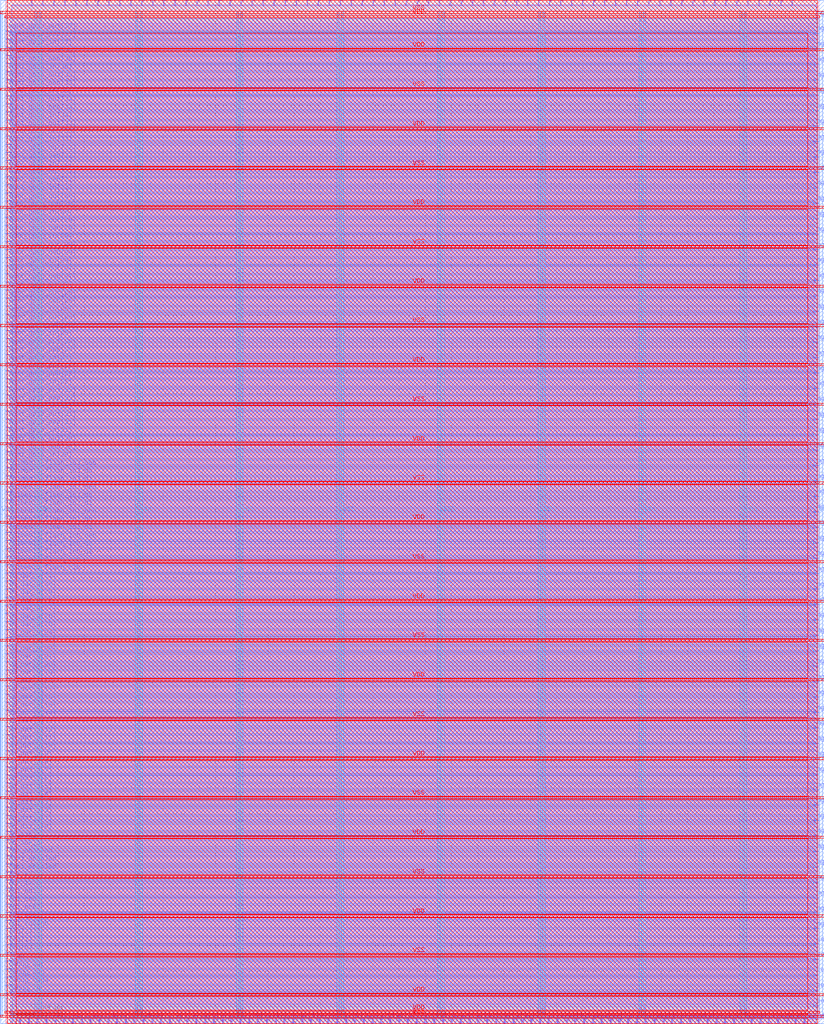
<source format=lef>
VERSION 5.7 ;
  NOWIREEXTENSIONATPIN ON ;
  DIVIDERCHAR "/" ;
  BUSBITCHARS "[]" ;
MACRO housekeeping
  CLASS BLOCK ;
  FOREIGN housekeeping ;
  ORIGIN 0.000 0.000 ;
  SIZE 620.000 BY 780.000 ;
  PIN VDD
    DIRECTION INOUT ;
    USE POWER ;
    PORT
      LAYER Metal4 ;
        RECT -0.880 8.080 0.720 768.080 ;
    END
    PORT
      LAYER Metal5 ;
        RECT -0.880 8.080 620.800 9.680 ;
    END
    PORT
      LAYER Metal5 ;
        RECT -0.880 766.480 620.800 768.080 ;
    END
    PORT
      LAYER Metal4 ;
        RECT 619.200 8.080 620.800 768.080 ;
    END
    PORT
      LAYER Metal4 ;
        RECT 22.240 4.780 23.840 771.380 ;
    END
    PORT
      LAYER Metal4 ;
        RECT 99.040 4.780 100.640 771.380 ;
    END
    PORT
      LAYER Metal4 ;
        RECT 175.840 4.780 177.440 771.380 ;
    END
    PORT
      LAYER Metal4 ;
        RECT 252.640 4.780 254.240 771.380 ;
    END
    PORT
      LAYER Metal4 ;
        RECT 329.440 4.780 331.040 771.380 ;
    END
    PORT
      LAYER Metal4 ;
        RECT 406.240 4.780 407.840 771.380 ;
    END
    PORT
      LAYER Metal4 ;
        RECT 483.040 4.780 484.640 771.380 ;
    END
    PORT
      LAYER Metal4 ;
        RECT 559.840 4.780 561.440 771.380 ;
    END
    PORT
      LAYER Metal5 ;
        RECT -4.180 21.290 624.100 22.890 ;
    END
    PORT
      LAYER Metal5 ;
        RECT -4.180 81.290 624.100 82.890 ;
    END
    PORT
      LAYER Metal5 ;
        RECT -4.180 141.290 624.100 142.890 ;
    END
    PORT
      LAYER Metal5 ;
        RECT -4.180 201.290 624.100 202.890 ;
    END
    PORT
      LAYER Metal5 ;
        RECT -4.180 261.290 624.100 262.890 ;
    END
    PORT
      LAYER Metal5 ;
        RECT -4.180 321.290 624.100 322.890 ;
    END
    PORT
      LAYER Metal5 ;
        RECT -4.180 381.290 624.100 382.890 ;
    END
    PORT
      LAYER Metal5 ;
        RECT -4.180 441.290 624.100 442.890 ;
    END
    PORT
      LAYER Metal5 ;
        RECT -4.180 501.290 624.100 502.890 ;
    END
    PORT
      LAYER Metal5 ;
        RECT -4.180 561.290 624.100 562.890 ;
    END
    PORT
      LAYER Metal5 ;
        RECT -4.180 621.290 624.100 622.890 ;
    END
    PORT
      LAYER Metal5 ;
        RECT -4.180 681.290 624.100 682.890 ;
    END
    PORT
      LAYER Metal5 ;
        RECT -4.180 741.290 624.100 742.890 ;
    END
  END VDD
  PIN VSS
    DIRECTION INOUT ;
    USE GROUND ;
    PORT
      LAYER Metal4 ;
        RECT -4.180 4.780 -2.580 771.380 ;
    END
    PORT
      LAYER Metal5 ;
        RECT -4.180 4.780 624.100 6.380 ;
    END
    PORT
      LAYER Metal5 ;
        RECT -4.180 769.780 624.100 771.380 ;
    END
    PORT
      LAYER Metal4 ;
        RECT 622.500 4.780 624.100 771.380 ;
    END
    PORT
      LAYER Metal4 ;
        RECT 25.540 4.780 27.140 771.380 ;
    END
    PORT
      LAYER Metal4 ;
        RECT 102.340 4.780 103.940 771.380 ;
    END
    PORT
      LAYER Metal4 ;
        RECT 179.140 4.780 180.740 771.380 ;
    END
    PORT
      LAYER Metal4 ;
        RECT 255.940 4.780 257.540 771.380 ;
    END
    PORT
      LAYER Metal4 ;
        RECT 332.740 4.780 334.340 771.380 ;
    END
    PORT
      LAYER Metal4 ;
        RECT 409.540 4.780 411.140 771.380 ;
    END
    PORT
      LAYER Metal4 ;
        RECT 486.340 4.780 487.940 771.380 ;
    END
    PORT
      LAYER Metal4 ;
        RECT 563.140 4.780 564.740 771.380 ;
    END
    PORT
      LAYER Metal5 ;
        RECT -4.180 51.290 624.100 52.890 ;
    END
    PORT
      LAYER Metal5 ;
        RECT -4.180 111.290 624.100 112.890 ;
    END
    PORT
      LAYER Metal5 ;
        RECT -4.180 171.290 624.100 172.890 ;
    END
    PORT
      LAYER Metal5 ;
        RECT -4.180 231.290 624.100 232.890 ;
    END
    PORT
      LAYER Metal5 ;
        RECT -4.180 291.290 624.100 292.890 ;
    END
    PORT
      LAYER Metal5 ;
        RECT -4.180 351.290 624.100 352.890 ;
    END
    PORT
      LAYER Metal5 ;
        RECT -4.180 411.290 624.100 412.890 ;
    END
    PORT
      LAYER Metal5 ;
        RECT -4.180 471.290 624.100 472.890 ;
    END
    PORT
      LAYER Metal5 ;
        RECT -4.180 531.290 624.100 532.890 ;
    END
    PORT
      LAYER Metal5 ;
        RECT -4.180 591.290 624.100 592.890 ;
    END
    PORT
      LAYER Metal5 ;
        RECT -4.180 651.290 624.100 652.890 ;
    END
    PORT
      LAYER Metal5 ;
        RECT -4.180 711.290 624.100 712.890 ;
    END
  END VSS
  PIN debug_in
    DIRECTION OUTPUT TRISTATE ;
    USE SIGNAL ;
    PORT
      LAYER Metal3 ;
        RECT 0.000 22.960 4.000 23.520 ;
    END
  END debug_in
  PIN debug_mode
    DIRECTION INPUT ;
    USE SIGNAL ;
    PORT
      LAYER Metal3 ;
        RECT 0.000 29.120 4.000 29.680 ;
    END
  END debug_mode
  PIN debug_oeb
    DIRECTION INPUT ;
    USE SIGNAL ;
    PORT
      LAYER Metal3 ;
        RECT 0.000 35.280 4.000 35.840 ;
    END
  END debug_oeb
  PIN debug_out
    DIRECTION INPUT ;
    USE SIGNAL ;
    PORT
      LAYER Metal3 ;
        RECT 0.000 41.440 4.000 42.000 ;
    END
  END debug_out
  PIN irq[0]
    DIRECTION OUTPUT TRISTATE ;
    USE SIGNAL ;
    PORT
      LAYER Metal3 ;
        RECT 0.000 53.760 4.000 54.320 ;
    END
  END irq[0]
  PIN irq[1]
    DIRECTION OUTPUT TRISTATE ;
    USE SIGNAL ;
    PORT
      LAYER Metal3 ;
        RECT 0.000 59.920 4.000 60.480 ;
    END
  END irq[1]
  PIN irq[2]
    DIRECTION OUTPUT TRISTATE ;
    USE SIGNAL ;
    PORT
      LAYER Metal3 ;
        RECT 0.000 66.080 4.000 66.640 ;
    END
  END irq[2]
  PIN mask_rev_in[0]
    DIRECTION INPUT ;
    USE SIGNAL ;
    PORT
      LAYER Metal2 ;
        RECT 393.680 0.000 394.240 4.000 ;
    END
  END mask_rev_in[0]
  PIN mask_rev_in[10]
    DIRECTION INPUT ;
    USE SIGNAL ;
    PORT
      LAYER Metal2 ;
        RECT 460.880 0.000 461.440 4.000 ;
    END
  END mask_rev_in[10]
  PIN mask_rev_in[11]
    DIRECTION INPUT ;
    USE SIGNAL ;
    PORT
      LAYER Metal2 ;
        RECT 467.600 0.000 468.160 4.000 ;
    END
  END mask_rev_in[11]
  PIN mask_rev_in[12]
    DIRECTION INPUT ;
    USE SIGNAL ;
    PORT
      LAYER Metal2 ;
        RECT 474.320 0.000 474.880 4.000 ;
    END
  END mask_rev_in[12]
  PIN mask_rev_in[13]
    DIRECTION INPUT ;
    USE SIGNAL ;
    PORT
      LAYER Metal2 ;
        RECT 481.040 0.000 481.600 4.000 ;
    END
  END mask_rev_in[13]
  PIN mask_rev_in[14]
    DIRECTION INPUT ;
    USE SIGNAL ;
    PORT
      LAYER Metal2 ;
        RECT 487.760 0.000 488.320 4.000 ;
    END
  END mask_rev_in[14]
  PIN mask_rev_in[15]
    DIRECTION INPUT ;
    USE SIGNAL ;
    PORT
      LAYER Metal2 ;
        RECT 494.480 0.000 495.040 4.000 ;
    END
  END mask_rev_in[15]
  PIN mask_rev_in[16]
    DIRECTION INPUT ;
    USE SIGNAL ;
    PORT
      LAYER Metal2 ;
        RECT 501.200 0.000 501.760 4.000 ;
    END
  END mask_rev_in[16]
  PIN mask_rev_in[17]
    DIRECTION INPUT ;
    USE SIGNAL ;
    PORT
      LAYER Metal2 ;
        RECT 507.920 0.000 508.480 4.000 ;
    END
  END mask_rev_in[17]
  PIN mask_rev_in[18]
    DIRECTION INPUT ;
    USE SIGNAL ;
    PORT
      LAYER Metal2 ;
        RECT 514.640 0.000 515.200 4.000 ;
    END
  END mask_rev_in[18]
  PIN mask_rev_in[19]
    DIRECTION INPUT ;
    USE SIGNAL ;
    PORT
      LAYER Metal2 ;
        RECT 521.360 0.000 521.920 4.000 ;
    END
  END mask_rev_in[19]
  PIN mask_rev_in[1]
    DIRECTION INPUT ;
    USE SIGNAL ;
    PORT
      LAYER Metal2 ;
        RECT 400.400 0.000 400.960 4.000 ;
    END
  END mask_rev_in[1]
  PIN mask_rev_in[20]
    DIRECTION INPUT ;
    USE SIGNAL ;
    PORT
      LAYER Metal2 ;
        RECT 528.080 0.000 528.640 4.000 ;
    END
  END mask_rev_in[20]
  PIN mask_rev_in[21]
    DIRECTION INPUT ;
    USE SIGNAL ;
    PORT
      LAYER Metal2 ;
        RECT 534.800 0.000 535.360 4.000 ;
    END
  END mask_rev_in[21]
  PIN mask_rev_in[22]
    DIRECTION INPUT ;
    USE SIGNAL ;
    PORT
      LAYER Metal2 ;
        RECT 541.520 0.000 542.080 4.000 ;
    END
  END mask_rev_in[22]
  PIN mask_rev_in[23]
    DIRECTION INPUT ;
    USE SIGNAL ;
    PORT
      LAYER Metal2 ;
        RECT 548.240 0.000 548.800 4.000 ;
    END
  END mask_rev_in[23]
  PIN mask_rev_in[24]
    DIRECTION INPUT ;
    USE SIGNAL ;
    PORT
      LAYER Metal2 ;
        RECT 554.960 0.000 555.520 4.000 ;
    END
  END mask_rev_in[24]
  PIN mask_rev_in[25]
    DIRECTION INPUT ;
    USE SIGNAL ;
    PORT
      LAYER Metal2 ;
        RECT 561.680 0.000 562.240 4.000 ;
    END
  END mask_rev_in[25]
  PIN mask_rev_in[26]
    DIRECTION INPUT ;
    USE SIGNAL ;
    PORT
      LAYER Metal2 ;
        RECT 568.400 0.000 568.960 4.000 ;
    END
  END mask_rev_in[26]
  PIN mask_rev_in[27]
    DIRECTION INPUT ;
    USE SIGNAL ;
    PORT
      LAYER Metal2 ;
        RECT 575.120 0.000 575.680 4.000 ;
    END
  END mask_rev_in[27]
  PIN mask_rev_in[28]
    DIRECTION INPUT ;
    USE SIGNAL ;
    PORT
      LAYER Metal2 ;
        RECT 581.840 0.000 582.400 4.000 ;
    END
  END mask_rev_in[28]
  PIN mask_rev_in[29]
    DIRECTION INPUT ;
    USE SIGNAL ;
    PORT
      LAYER Metal2 ;
        RECT 588.560 0.000 589.120 4.000 ;
    END
  END mask_rev_in[29]
  PIN mask_rev_in[2]
    DIRECTION INPUT ;
    USE SIGNAL ;
    PORT
      LAYER Metal2 ;
        RECT 407.120 0.000 407.680 4.000 ;
    END
  END mask_rev_in[2]
  PIN mask_rev_in[30]
    DIRECTION INPUT ;
    USE SIGNAL ;
    PORT
      LAYER Metal2 ;
        RECT 595.280 0.000 595.840 4.000 ;
    END
  END mask_rev_in[30]
  PIN mask_rev_in[31]
    DIRECTION INPUT ;
    USE SIGNAL ;
    PORT
      LAYER Metal2 ;
        RECT 602.000 0.000 602.560 4.000 ;
    END
  END mask_rev_in[31]
  PIN mask_rev_in[3]
    DIRECTION INPUT ;
    USE SIGNAL ;
    PORT
      LAYER Metal2 ;
        RECT 413.840 0.000 414.400 4.000 ;
    END
  END mask_rev_in[3]
  PIN mask_rev_in[4]
    DIRECTION INPUT ;
    USE SIGNAL ;
    PORT
      LAYER Metal2 ;
        RECT 420.560 0.000 421.120 4.000 ;
    END
  END mask_rev_in[4]
  PIN mask_rev_in[5]
    DIRECTION INPUT ;
    USE SIGNAL ;
    PORT
      LAYER Metal2 ;
        RECT 427.280 0.000 427.840 4.000 ;
    END
  END mask_rev_in[5]
  PIN mask_rev_in[6]
    DIRECTION INPUT ;
    USE SIGNAL ;
    PORT
      LAYER Metal2 ;
        RECT 434.000 0.000 434.560 4.000 ;
    END
  END mask_rev_in[6]
  PIN mask_rev_in[7]
    DIRECTION INPUT ;
    USE SIGNAL ;
    PORT
      LAYER Metal2 ;
        RECT 440.720 0.000 441.280 4.000 ;
    END
  END mask_rev_in[7]
  PIN mask_rev_in[8]
    DIRECTION INPUT ;
    USE SIGNAL ;
    PORT
      LAYER Metal2 ;
        RECT 447.440 0.000 448.000 4.000 ;
    END
  END mask_rev_in[8]
  PIN mask_rev_in[9]
    DIRECTION INPUT ;
    USE SIGNAL ;
    PORT
      LAYER Metal2 ;
        RECT 454.160 0.000 454.720 4.000 ;
    END
  END mask_rev_in[9]
  PIN mgmt_gpio_in[0]
    DIRECTION INPUT ;
    USE SIGNAL ;
    PORT
      LAYER Metal3 ;
        RECT 616.000 72.240 620.000 72.800 ;
    END
  END mgmt_gpio_in[0]
  PIN mgmt_gpio_in[10]
    DIRECTION INPUT ;
    USE SIGNAL ;
    PORT
      LAYER Metal3 ;
        RECT 616.000 425.040 620.000 425.600 ;
    END
  END mgmt_gpio_in[10]
  PIN mgmt_gpio_in[11]
    DIRECTION INPUT ;
    USE SIGNAL ;
    PORT
      LAYER Metal3 ;
        RECT 616.000 460.320 620.000 460.880 ;
    END
  END mgmt_gpio_in[11]
  PIN mgmt_gpio_in[12]
    DIRECTION INPUT ;
    USE SIGNAL ;
    PORT
      LAYER Metal3 ;
        RECT 616.000 495.600 620.000 496.160 ;
    END
  END mgmt_gpio_in[12]
  PIN mgmt_gpio_in[13]
    DIRECTION INPUT ;
    USE SIGNAL ;
    PORT
      LAYER Metal3 ;
        RECT 616.000 530.880 620.000 531.440 ;
    END
  END mgmt_gpio_in[13]
  PIN mgmt_gpio_in[14]
    DIRECTION INPUT ;
    USE SIGNAL ;
    PORT
      LAYER Metal3 ;
        RECT 616.000 566.160 620.000 566.720 ;
    END
  END mgmt_gpio_in[14]
  PIN mgmt_gpio_in[15]
    DIRECTION INPUT ;
    USE SIGNAL ;
    PORT
      LAYER Metal3 ;
        RECT 616.000 601.440 620.000 602.000 ;
    END
  END mgmt_gpio_in[15]
  PIN mgmt_gpio_in[16]
    DIRECTION INPUT ;
    USE SIGNAL ;
    PORT
      LAYER Metal3 ;
        RECT 616.000 636.720 620.000 637.280 ;
    END
  END mgmt_gpio_in[16]
  PIN mgmt_gpio_in[17]
    DIRECTION INPUT ;
    USE SIGNAL ;
    PORT
      LAYER Metal3 ;
        RECT 616.000 672.000 620.000 672.560 ;
    END
  END mgmt_gpio_in[17]
  PIN mgmt_gpio_in[18]
    DIRECTION INPUT ;
    USE SIGNAL ;
    PORT
      LAYER Metal3 ;
        RECT 616.000 707.280 620.000 707.840 ;
    END
  END mgmt_gpio_in[18]
  PIN mgmt_gpio_in[19]
    DIRECTION INPUT ;
    USE SIGNAL ;
    PORT
      LAYER Metal3 ;
        RECT 616.000 742.560 620.000 743.120 ;
    END
  END mgmt_gpio_in[19]
  PIN mgmt_gpio_in[1]
    DIRECTION INPUT ;
    USE SIGNAL ;
    PORT
      LAYER Metal3 ;
        RECT 616.000 107.520 620.000 108.080 ;
    END
  END mgmt_gpio_in[1]
  PIN mgmt_gpio_in[20]
    DIRECTION INPUT ;
    USE SIGNAL ;
    PORT
      LAYER Metal3 ;
        RECT 0.000 429.520 4.000 430.080 ;
    END
  END mgmt_gpio_in[20]
  PIN mgmt_gpio_in[21]
    DIRECTION INPUT ;
    USE SIGNAL ;
    PORT
      LAYER Metal3 ;
        RECT 0.000 448.000 4.000 448.560 ;
    END
  END mgmt_gpio_in[21]
  PIN mgmt_gpio_in[22]
    DIRECTION INPUT ;
    USE SIGNAL ;
    PORT
      LAYER Metal3 ;
        RECT 0.000 466.480 4.000 467.040 ;
    END
  END mgmt_gpio_in[22]
  PIN mgmt_gpio_in[23]
    DIRECTION INPUT ;
    USE SIGNAL ;
    PORT
      LAYER Metal3 ;
        RECT 0.000 484.960 4.000 485.520 ;
    END
  END mgmt_gpio_in[23]
  PIN mgmt_gpio_in[24]
    DIRECTION INPUT ;
    USE SIGNAL ;
    PORT
      LAYER Metal3 ;
        RECT 0.000 503.440 4.000 504.000 ;
    END
  END mgmt_gpio_in[24]
  PIN mgmt_gpio_in[25]
    DIRECTION INPUT ;
    USE SIGNAL ;
    PORT
      LAYER Metal3 ;
        RECT 0.000 521.920 4.000 522.480 ;
    END
  END mgmt_gpio_in[25]
  PIN mgmt_gpio_in[26]
    DIRECTION INPUT ;
    USE SIGNAL ;
    PORT
      LAYER Metal3 ;
        RECT 0.000 540.400 4.000 540.960 ;
    END
  END mgmt_gpio_in[26]
  PIN mgmt_gpio_in[27]
    DIRECTION INPUT ;
    USE SIGNAL ;
    PORT
      LAYER Metal3 ;
        RECT 0.000 558.880 4.000 559.440 ;
    END
  END mgmt_gpio_in[27]
  PIN mgmt_gpio_in[28]
    DIRECTION INPUT ;
    USE SIGNAL ;
    PORT
      LAYER Metal3 ;
        RECT 0.000 577.360 4.000 577.920 ;
    END
  END mgmt_gpio_in[28]
  PIN mgmt_gpio_in[29]
    DIRECTION INPUT ;
    USE SIGNAL ;
    PORT
      LAYER Metal3 ;
        RECT 0.000 595.840 4.000 596.400 ;
    END
  END mgmt_gpio_in[29]
  PIN mgmt_gpio_in[2]
    DIRECTION INPUT ;
    USE SIGNAL ;
    PORT
      LAYER Metal3 ;
        RECT 616.000 142.800 620.000 143.360 ;
    END
  END mgmt_gpio_in[2]
  PIN mgmt_gpio_in[30]
    DIRECTION INPUT ;
    USE SIGNAL ;
    PORT
      LAYER Metal3 ;
        RECT 0.000 614.320 4.000 614.880 ;
    END
  END mgmt_gpio_in[30]
  PIN mgmt_gpio_in[31]
    DIRECTION INPUT ;
    USE SIGNAL ;
    PORT
      LAYER Metal3 ;
        RECT 0.000 632.800 4.000 633.360 ;
    END
  END mgmt_gpio_in[31]
  PIN mgmt_gpio_in[32]
    DIRECTION INPUT ;
    USE SIGNAL ;
    PORT
      LAYER Metal3 ;
        RECT 0.000 651.280 4.000 651.840 ;
    END
  END mgmt_gpio_in[32]
  PIN mgmt_gpio_in[33]
    DIRECTION INPUT ;
    USE SIGNAL ;
    PORT
      LAYER Metal3 ;
        RECT 0.000 669.760 4.000 670.320 ;
    END
  END mgmt_gpio_in[33]
  PIN mgmt_gpio_in[34]
    DIRECTION INPUT ;
    USE SIGNAL ;
    PORT
      LAYER Metal3 ;
        RECT 0.000 688.240 4.000 688.800 ;
    END
  END mgmt_gpio_in[34]
  PIN mgmt_gpio_in[35]
    DIRECTION INPUT ;
    USE SIGNAL ;
    PORT
      LAYER Metal3 ;
        RECT 0.000 706.720 4.000 707.280 ;
    END
  END mgmt_gpio_in[35]
  PIN mgmt_gpio_in[36]
    DIRECTION INPUT ;
    USE SIGNAL ;
    PORT
      LAYER Metal3 ;
        RECT 0.000 725.200 4.000 725.760 ;
    END
  END mgmt_gpio_in[36]
  PIN mgmt_gpio_in[37]
    DIRECTION INPUT ;
    USE SIGNAL ;
    PORT
      LAYER Metal3 ;
        RECT 0.000 743.680 4.000 744.240 ;
    END
  END mgmt_gpio_in[37]
  PIN mgmt_gpio_in[3]
    DIRECTION INPUT ;
    USE SIGNAL ;
    PORT
      LAYER Metal3 ;
        RECT 616.000 178.080 620.000 178.640 ;
    END
  END mgmt_gpio_in[3]
  PIN mgmt_gpio_in[4]
    DIRECTION INPUT ;
    USE SIGNAL ;
    PORT
      LAYER Metal3 ;
        RECT 616.000 213.360 620.000 213.920 ;
    END
  END mgmt_gpio_in[4]
  PIN mgmt_gpio_in[5]
    DIRECTION INPUT ;
    USE SIGNAL ;
    PORT
      LAYER Metal3 ;
        RECT 616.000 248.640 620.000 249.200 ;
    END
  END mgmt_gpio_in[5]
  PIN mgmt_gpio_in[6]
    DIRECTION INPUT ;
    USE SIGNAL ;
    PORT
      LAYER Metal3 ;
        RECT 616.000 283.920 620.000 284.480 ;
    END
  END mgmt_gpio_in[6]
  PIN mgmt_gpio_in[7]
    DIRECTION INPUT ;
    USE SIGNAL ;
    PORT
      LAYER Metal3 ;
        RECT 616.000 319.200 620.000 319.760 ;
    END
  END mgmt_gpio_in[7]
  PIN mgmt_gpio_in[8]
    DIRECTION INPUT ;
    USE SIGNAL ;
    PORT
      LAYER Metal3 ;
        RECT 616.000 354.480 620.000 355.040 ;
    END
  END mgmt_gpio_in[8]
  PIN mgmt_gpio_in[9]
    DIRECTION INPUT ;
    USE SIGNAL ;
    PORT
      LAYER Metal3 ;
        RECT 616.000 389.760 620.000 390.320 ;
    END
  END mgmt_gpio_in[9]
  PIN mgmt_gpio_oeb[0]
    DIRECTION OUTPUT TRISTATE ;
    USE SIGNAL ;
    PORT
      LAYER Metal3 ;
        RECT 616.000 84.000 620.000 84.560 ;
    END
  END mgmt_gpio_oeb[0]
  PIN mgmt_gpio_oeb[10]
    DIRECTION OUTPUT TRISTATE ;
    USE SIGNAL ;
    PORT
      LAYER Metal3 ;
        RECT 616.000 436.800 620.000 437.360 ;
    END
  END mgmt_gpio_oeb[10]
  PIN mgmt_gpio_oeb[11]
    DIRECTION OUTPUT TRISTATE ;
    USE SIGNAL ;
    PORT
      LAYER Metal3 ;
        RECT 616.000 472.080 620.000 472.640 ;
    END
  END mgmt_gpio_oeb[11]
  PIN mgmt_gpio_oeb[12]
    DIRECTION OUTPUT TRISTATE ;
    USE SIGNAL ;
    PORT
      LAYER Metal3 ;
        RECT 616.000 507.360 620.000 507.920 ;
    END
  END mgmt_gpio_oeb[12]
  PIN mgmt_gpio_oeb[13]
    DIRECTION OUTPUT TRISTATE ;
    USE SIGNAL ;
    PORT
      LAYER Metal3 ;
        RECT 616.000 542.640 620.000 543.200 ;
    END
  END mgmt_gpio_oeb[13]
  PIN mgmt_gpio_oeb[14]
    DIRECTION OUTPUT TRISTATE ;
    USE SIGNAL ;
    PORT
      LAYER Metal3 ;
        RECT 616.000 577.920 620.000 578.480 ;
    END
  END mgmt_gpio_oeb[14]
  PIN mgmt_gpio_oeb[15]
    DIRECTION OUTPUT TRISTATE ;
    USE SIGNAL ;
    PORT
      LAYER Metal3 ;
        RECT 616.000 613.200 620.000 613.760 ;
    END
  END mgmt_gpio_oeb[15]
  PIN mgmt_gpio_oeb[16]
    DIRECTION OUTPUT TRISTATE ;
    USE SIGNAL ;
    PORT
      LAYER Metal3 ;
        RECT 616.000 648.480 620.000 649.040 ;
    END
  END mgmt_gpio_oeb[16]
  PIN mgmt_gpio_oeb[17]
    DIRECTION OUTPUT TRISTATE ;
    USE SIGNAL ;
    PORT
      LAYER Metal3 ;
        RECT 616.000 683.760 620.000 684.320 ;
    END
  END mgmt_gpio_oeb[17]
  PIN mgmt_gpio_oeb[18]
    DIRECTION OUTPUT TRISTATE ;
    USE SIGNAL ;
    PORT
      LAYER Metal3 ;
        RECT 616.000 719.040 620.000 719.600 ;
    END
  END mgmt_gpio_oeb[18]
  PIN mgmt_gpio_oeb[19]
    DIRECTION OUTPUT TRISTATE ;
    USE SIGNAL ;
    PORT
      LAYER Metal3 ;
        RECT 616.000 754.320 620.000 754.880 ;
    END
  END mgmt_gpio_oeb[19]
  PIN mgmt_gpio_oeb[1]
    DIRECTION OUTPUT TRISTATE ;
    USE SIGNAL ;
    PORT
      LAYER Metal3 ;
        RECT 616.000 119.280 620.000 119.840 ;
    END
  END mgmt_gpio_oeb[1]
  PIN mgmt_gpio_oeb[20]
    DIRECTION OUTPUT TRISTATE ;
    USE SIGNAL ;
    PORT
      LAYER Metal3 ;
        RECT 0.000 435.680 4.000 436.240 ;
    END
  END mgmt_gpio_oeb[20]
  PIN mgmt_gpio_oeb[21]
    DIRECTION OUTPUT TRISTATE ;
    USE SIGNAL ;
    PORT
      LAYER Metal3 ;
        RECT 0.000 454.160 4.000 454.720 ;
    END
  END mgmt_gpio_oeb[21]
  PIN mgmt_gpio_oeb[22]
    DIRECTION OUTPUT TRISTATE ;
    USE SIGNAL ;
    PORT
      LAYER Metal3 ;
        RECT 0.000 472.640 4.000 473.200 ;
    END
  END mgmt_gpio_oeb[22]
  PIN mgmt_gpio_oeb[23]
    DIRECTION OUTPUT TRISTATE ;
    USE SIGNAL ;
    PORT
      LAYER Metal3 ;
        RECT 0.000 491.120 4.000 491.680 ;
    END
  END mgmt_gpio_oeb[23]
  PIN mgmt_gpio_oeb[24]
    DIRECTION OUTPUT TRISTATE ;
    USE SIGNAL ;
    PORT
      LAYER Metal3 ;
        RECT 0.000 509.600 4.000 510.160 ;
    END
  END mgmt_gpio_oeb[24]
  PIN mgmt_gpio_oeb[25]
    DIRECTION OUTPUT TRISTATE ;
    USE SIGNAL ;
    PORT
      LAYER Metal3 ;
        RECT 0.000 528.080 4.000 528.640 ;
    END
  END mgmt_gpio_oeb[25]
  PIN mgmt_gpio_oeb[26]
    DIRECTION OUTPUT TRISTATE ;
    USE SIGNAL ;
    PORT
      LAYER Metal3 ;
        RECT 0.000 546.560 4.000 547.120 ;
    END
  END mgmt_gpio_oeb[26]
  PIN mgmt_gpio_oeb[27]
    DIRECTION OUTPUT TRISTATE ;
    USE SIGNAL ;
    PORT
      LAYER Metal3 ;
        RECT 0.000 565.040 4.000 565.600 ;
    END
  END mgmt_gpio_oeb[27]
  PIN mgmt_gpio_oeb[28]
    DIRECTION OUTPUT TRISTATE ;
    USE SIGNAL ;
    PORT
      LAYER Metal3 ;
        RECT 0.000 583.520 4.000 584.080 ;
    END
  END mgmt_gpio_oeb[28]
  PIN mgmt_gpio_oeb[29]
    DIRECTION OUTPUT TRISTATE ;
    USE SIGNAL ;
    PORT
      LAYER Metal3 ;
        RECT 0.000 602.000 4.000 602.560 ;
    END
  END mgmt_gpio_oeb[29]
  PIN mgmt_gpio_oeb[2]
    DIRECTION OUTPUT TRISTATE ;
    USE SIGNAL ;
    PORT
      LAYER Metal3 ;
        RECT 616.000 154.560 620.000 155.120 ;
    END
  END mgmt_gpio_oeb[2]
  PIN mgmt_gpio_oeb[30]
    DIRECTION OUTPUT TRISTATE ;
    USE SIGNAL ;
    PORT
      LAYER Metal3 ;
        RECT 0.000 620.480 4.000 621.040 ;
    END
  END mgmt_gpio_oeb[30]
  PIN mgmt_gpio_oeb[31]
    DIRECTION OUTPUT TRISTATE ;
    USE SIGNAL ;
    PORT
      LAYER Metal3 ;
        RECT 0.000 638.960 4.000 639.520 ;
    END
  END mgmt_gpio_oeb[31]
  PIN mgmt_gpio_oeb[32]
    DIRECTION OUTPUT TRISTATE ;
    USE SIGNAL ;
    PORT
      LAYER Metal3 ;
        RECT 0.000 657.440 4.000 658.000 ;
    END
  END mgmt_gpio_oeb[32]
  PIN mgmt_gpio_oeb[33]
    DIRECTION OUTPUT TRISTATE ;
    USE SIGNAL ;
    PORT
      LAYER Metal3 ;
        RECT 0.000 675.920 4.000 676.480 ;
    END
  END mgmt_gpio_oeb[33]
  PIN mgmt_gpio_oeb[34]
    DIRECTION OUTPUT TRISTATE ;
    USE SIGNAL ;
    PORT
      LAYER Metal3 ;
        RECT 0.000 694.400 4.000 694.960 ;
    END
  END mgmt_gpio_oeb[34]
  PIN mgmt_gpio_oeb[35]
    DIRECTION OUTPUT TRISTATE ;
    USE SIGNAL ;
    PORT
      LAYER Metal3 ;
        RECT 0.000 712.880 4.000 713.440 ;
    END
  END mgmt_gpio_oeb[35]
  PIN mgmt_gpio_oeb[36]
    DIRECTION OUTPUT TRISTATE ;
    USE SIGNAL ;
    PORT
      LAYER Metal3 ;
        RECT 0.000 731.360 4.000 731.920 ;
    END
  END mgmt_gpio_oeb[36]
  PIN mgmt_gpio_oeb[37]
    DIRECTION OUTPUT TRISTATE ;
    USE SIGNAL ;
    PORT
      LAYER Metal3 ;
        RECT 0.000 749.840 4.000 750.400 ;
    END
  END mgmt_gpio_oeb[37]
  PIN mgmt_gpio_oeb[3]
    DIRECTION OUTPUT TRISTATE ;
    USE SIGNAL ;
    PORT
      LAYER Metal3 ;
        RECT 616.000 189.840 620.000 190.400 ;
    END
  END mgmt_gpio_oeb[3]
  PIN mgmt_gpio_oeb[4]
    DIRECTION OUTPUT TRISTATE ;
    USE SIGNAL ;
    PORT
      LAYER Metal3 ;
        RECT 616.000 225.120 620.000 225.680 ;
    END
  END mgmt_gpio_oeb[4]
  PIN mgmt_gpio_oeb[5]
    DIRECTION OUTPUT TRISTATE ;
    USE SIGNAL ;
    PORT
      LAYER Metal3 ;
        RECT 616.000 260.400 620.000 260.960 ;
    END
  END mgmt_gpio_oeb[5]
  PIN mgmt_gpio_oeb[6]
    DIRECTION OUTPUT TRISTATE ;
    USE SIGNAL ;
    PORT
      LAYER Metal3 ;
        RECT 616.000 295.680 620.000 296.240 ;
    END
  END mgmt_gpio_oeb[6]
  PIN mgmt_gpio_oeb[7]
    DIRECTION OUTPUT TRISTATE ;
    USE SIGNAL ;
    PORT
      LAYER Metal3 ;
        RECT 616.000 330.960 620.000 331.520 ;
    END
  END mgmt_gpio_oeb[7]
  PIN mgmt_gpio_oeb[8]
    DIRECTION OUTPUT TRISTATE ;
    USE SIGNAL ;
    PORT
      LAYER Metal3 ;
        RECT 616.000 366.240 620.000 366.800 ;
    END
  END mgmt_gpio_oeb[8]
  PIN mgmt_gpio_oeb[9]
    DIRECTION OUTPUT TRISTATE ;
    USE SIGNAL ;
    PORT
      LAYER Metal3 ;
        RECT 616.000 401.520 620.000 402.080 ;
    END
  END mgmt_gpio_oeb[9]
  PIN mgmt_gpio_out[0]
    DIRECTION OUTPUT TRISTATE ;
    USE SIGNAL ;
    PORT
      LAYER Metal3 ;
        RECT 616.000 95.760 620.000 96.320 ;
    END
  END mgmt_gpio_out[0]
  PIN mgmt_gpio_out[10]
    DIRECTION OUTPUT TRISTATE ;
    USE SIGNAL ;
    PORT
      LAYER Metal3 ;
        RECT 616.000 448.560 620.000 449.120 ;
    END
  END mgmt_gpio_out[10]
  PIN mgmt_gpio_out[11]
    DIRECTION OUTPUT TRISTATE ;
    USE SIGNAL ;
    PORT
      LAYER Metal3 ;
        RECT 616.000 483.840 620.000 484.400 ;
    END
  END mgmt_gpio_out[11]
  PIN mgmt_gpio_out[12]
    DIRECTION OUTPUT TRISTATE ;
    USE SIGNAL ;
    PORT
      LAYER Metal3 ;
        RECT 616.000 519.120 620.000 519.680 ;
    END
  END mgmt_gpio_out[12]
  PIN mgmt_gpio_out[13]
    DIRECTION OUTPUT TRISTATE ;
    USE SIGNAL ;
    PORT
      LAYER Metal3 ;
        RECT 616.000 554.400 620.000 554.960 ;
    END
  END mgmt_gpio_out[13]
  PIN mgmt_gpio_out[14]
    DIRECTION OUTPUT TRISTATE ;
    USE SIGNAL ;
    PORT
      LAYER Metal3 ;
        RECT 616.000 589.680 620.000 590.240 ;
    END
  END mgmt_gpio_out[14]
  PIN mgmt_gpio_out[15]
    DIRECTION OUTPUT TRISTATE ;
    USE SIGNAL ;
    PORT
      LAYER Metal3 ;
        RECT 616.000 624.960 620.000 625.520 ;
    END
  END mgmt_gpio_out[15]
  PIN mgmt_gpio_out[16]
    DIRECTION OUTPUT TRISTATE ;
    USE SIGNAL ;
    PORT
      LAYER Metal3 ;
        RECT 616.000 660.240 620.000 660.800 ;
    END
  END mgmt_gpio_out[16]
  PIN mgmt_gpio_out[17]
    DIRECTION OUTPUT TRISTATE ;
    USE SIGNAL ;
    PORT
      LAYER Metal3 ;
        RECT 616.000 695.520 620.000 696.080 ;
    END
  END mgmt_gpio_out[17]
  PIN mgmt_gpio_out[18]
    DIRECTION OUTPUT TRISTATE ;
    USE SIGNAL ;
    PORT
      LAYER Metal3 ;
        RECT 616.000 730.800 620.000 731.360 ;
    END
  END mgmt_gpio_out[18]
  PIN mgmt_gpio_out[19]
    DIRECTION OUTPUT TRISTATE ;
    USE SIGNAL ;
    PORT
      LAYER Metal3 ;
        RECT 616.000 766.080 620.000 766.640 ;
    END
  END mgmt_gpio_out[19]
  PIN mgmt_gpio_out[1]
    DIRECTION OUTPUT TRISTATE ;
    USE SIGNAL ;
    PORT
      LAYER Metal3 ;
        RECT 616.000 131.040 620.000 131.600 ;
    END
  END mgmt_gpio_out[1]
  PIN mgmt_gpio_out[20]
    DIRECTION OUTPUT TRISTATE ;
    USE SIGNAL ;
    PORT
      LAYER Metal3 ;
        RECT 0.000 441.840 4.000 442.400 ;
    END
  END mgmt_gpio_out[20]
  PIN mgmt_gpio_out[21]
    DIRECTION OUTPUT TRISTATE ;
    USE SIGNAL ;
    PORT
      LAYER Metal3 ;
        RECT 0.000 460.320 4.000 460.880 ;
    END
  END mgmt_gpio_out[21]
  PIN mgmt_gpio_out[22]
    DIRECTION OUTPUT TRISTATE ;
    USE SIGNAL ;
    PORT
      LAYER Metal3 ;
        RECT 0.000 478.800 4.000 479.360 ;
    END
  END mgmt_gpio_out[22]
  PIN mgmt_gpio_out[23]
    DIRECTION OUTPUT TRISTATE ;
    USE SIGNAL ;
    PORT
      LAYER Metal3 ;
        RECT 0.000 497.280 4.000 497.840 ;
    END
  END mgmt_gpio_out[23]
  PIN mgmt_gpio_out[24]
    DIRECTION OUTPUT TRISTATE ;
    USE SIGNAL ;
    PORT
      LAYER Metal3 ;
        RECT 0.000 515.760 4.000 516.320 ;
    END
  END mgmt_gpio_out[24]
  PIN mgmt_gpio_out[25]
    DIRECTION OUTPUT TRISTATE ;
    USE SIGNAL ;
    PORT
      LAYER Metal3 ;
        RECT 0.000 534.240 4.000 534.800 ;
    END
  END mgmt_gpio_out[25]
  PIN mgmt_gpio_out[26]
    DIRECTION OUTPUT TRISTATE ;
    USE SIGNAL ;
    PORT
      LAYER Metal3 ;
        RECT 0.000 552.720 4.000 553.280 ;
    END
  END mgmt_gpio_out[26]
  PIN mgmt_gpio_out[27]
    DIRECTION OUTPUT TRISTATE ;
    USE SIGNAL ;
    PORT
      LAYER Metal3 ;
        RECT 0.000 571.200 4.000 571.760 ;
    END
  END mgmt_gpio_out[27]
  PIN mgmt_gpio_out[28]
    DIRECTION OUTPUT TRISTATE ;
    USE SIGNAL ;
    PORT
      LAYER Metal3 ;
        RECT 0.000 589.680 4.000 590.240 ;
    END
  END mgmt_gpio_out[28]
  PIN mgmt_gpio_out[29]
    DIRECTION OUTPUT TRISTATE ;
    USE SIGNAL ;
    PORT
      LAYER Metal3 ;
        RECT 0.000 608.160 4.000 608.720 ;
    END
  END mgmt_gpio_out[29]
  PIN mgmt_gpio_out[2]
    DIRECTION OUTPUT TRISTATE ;
    USE SIGNAL ;
    PORT
      LAYER Metal3 ;
        RECT 616.000 166.320 620.000 166.880 ;
    END
  END mgmt_gpio_out[2]
  PIN mgmt_gpio_out[30]
    DIRECTION OUTPUT TRISTATE ;
    USE SIGNAL ;
    PORT
      LAYER Metal3 ;
        RECT 0.000 626.640 4.000 627.200 ;
    END
  END mgmt_gpio_out[30]
  PIN mgmt_gpio_out[31]
    DIRECTION OUTPUT TRISTATE ;
    USE SIGNAL ;
    PORT
      LAYER Metal3 ;
        RECT 0.000 645.120 4.000 645.680 ;
    END
  END mgmt_gpio_out[31]
  PIN mgmt_gpio_out[32]
    DIRECTION OUTPUT TRISTATE ;
    USE SIGNAL ;
    PORT
      LAYER Metal3 ;
        RECT 0.000 663.600 4.000 664.160 ;
    END
  END mgmt_gpio_out[32]
  PIN mgmt_gpio_out[33]
    DIRECTION OUTPUT TRISTATE ;
    USE SIGNAL ;
    PORT
      LAYER Metal3 ;
        RECT 0.000 682.080 4.000 682.640 ;
    END
  END mgmt_gpio_out[33]
  PIN mgmt_gpio_out[34]
    DIRECTION OUTPUT TRISTATE ;
    USE SIGNAL ;
    PORT
      LAYER Metal3 ;
        RECT 0.000 700.560 4.000 701.120 ;
    END
  END mgmt_gpio_out[34]
  PIN mgmt_gpio_out[35]
    DIRECTION OUTPUT TRISTATE ;
    USE SIGNAL ;
    PORT
      LAYER Metal3 ;
        RECT 0.000 719.040 4.000 719.600 ;
    END
  END mgmt_gpio_out[35]
  PIN mgmt_gpio_out[36]
    DIRECTION OUTPUT TRISTATE ;
    USE SIGNAL ;
    PORT
      LAYER Metal3 ;
        RECT 0.000 737.520 4.000 738.080 ;
    END
  END mgmt_gpio_out[36]
  PIN mgmt_gpio_out[37]
    DIRECTION OUTPUT TRISTATE ;
    USE SIGNAL ;
    PORT
      LAYER Metal3 ;
        RECT 0.000 756.000 4.000 756.560 ;
    END
  END mgmt_gpio_out[37]
  PIN mgmt_gpio_out[3]
    DIRECTION OUTPUT TRISTATE ;
    USE SIGNAL ;
    PORT
      LAYER Metal3 ;
        RECT 616.000 201.600 620.000 202.160 ;
    END
  END mgmt_gpio_out[3]
  PIN mgmt_gpio_out[4]
    DIRECTION OUTPUT TRISTATE ;
    USE SIGNAL ;
    PORT
      LAYER Metal3 ;
        RECT 616.000 236.880 620.000 237.440 ;
    END
  END mgmt_gpio_out[4]
  PIN mgmt_gpio_out[5]
    DIRECTION OUTPUT TRISTATE ;
    USE SIGNAL ;
    PORT
      LAYER Metal3 ;
        RECT 616.000 272.160 620.000 272.720 ;
    END
  END mgmt_gpio_out[5]
  PIN mgmt_gpio_out[6]
    DIRECTION OUTPUT TRISTATE ;
    USE SIGNAL ;
    PORT
      LAYER Metal3 ;
        RECT 616.000 307.440 620.000 308.000 ;
    END
  END mgmt_gpio_out[6]
  PIN mgmt_gpio_out[7]
    DIRECTION OUTPUT TRISTATE ;
    USE SIGNAL ;
    PORT
      LAYER Metal3 ;
        RECT 616.000 342.720 620.000 343.280 ;
    END
  END mgmt_gpio_out[7]
  PIN mgmt_gpio_out[8]
    DIRECTION OUTPUT TRISTATE ;
    USE SIGNAL ;
    PORT
      LAYER Metal3 ;
        RECT 616.000 378.000 620.000 378.560 ;
    END
  END mgmt_gpio_out[8]
  PIN mgmt_gpio_out[9]
    DIRECTION OUTPUT TRISTATE ;
    USE SIGNAL ;
    PORT
      LAYER Metal3 ;
        RECT 616.000 413.280 620.000 413.840 ;
    END
  END mgmt_gpio_out[9]
  PIN pad_flash_clk
    DIRECTION OUTPUT TRISTATE ;
    USE SIGNAL ;
    PORT
      LAYER Metal2 ;
        RECT 17.360 0.000 17.920 4.000 ;
    END
  END pad_flash_clk
  PIN pad_flash_clk_oe
    DIRECTION OUTPUT TRISTATE ;
    USE SIGNAL ;
    PORT
      LAYER Metal2 ;
        RECT 24.080 0.000 24.640 4.000 ;
    END
  END pad_flash_clk_oe
  PIN pad_flash_csb
    DIRECTION OUTPUT TRISTATE ;
    USE SIGNAL ;
    PORT
      LAYER Metal2 ;
        RECT 30.800 0.000 31.360 4.000 ;
    END
  END pad_flash_csb
  PIN pad_flash_csb_oe
    DIRECTION OUTPUT TRISTATE ;
    USE SIGNAL ;
    PORT
      LAYER Metal2 ;
        RECT 37.520 0.000 38.080 4.000 ;
    END
  END pad_flash_csb_oe
  PIN pad_flash_io0_di
    DIRECTION INPUT ;
    USE SIGNAL ;
    PORT
      LAYER Metal2 ;
        RECT 44.240 0.000 44.800 4.000 ;
    END
  END pad_flash_io0_di
  PIN pad_flash_io0_do
    DIRECTION OUTPUT TRISTATE ;
    USE SIGNAL ;
    PORT
      LAYER Metal2 ;
        RECT 50.960 0.000 51.520 4.000 ;
    END
  END pad_flash_io0_do
  PIN pad_flash_io0_ie
    DIRECTION OUTPUT TRISTATE ;
    USE SIGNAL ;
    PORT
      LAYER Metal2 ;
        RECT 57.680 0.000 58.240 4.000 ;
    END
  END pad_flash_io0_ie
  PIN pad_flash_io0_oe
    DIRECTION OUTPUT TRISTATE ;
    USE SIGNAL ;
    PORT
      LAYER Metal2 ;
        RECT 64.400 0.000 64.960 4.000 ;
    END
  END pad_flash_io0_oe
  PIN pad_flash_io1_di
    DIRECTION INPUT ;
    USE SIGNAL ;
    PORT
      LAYER Metal2 ;
        RECT 71.120 0.000 71.680 4.000 ;
    END
  END pad_flash_io1_di
  PIN pad_flash_io1_do
    DIRECTION OUTPUT TRISTATE ;
    USE SIGNAL ;
    PORT
      LAYER Metal2 ;
        RECT 77.840 0.000 78.400 4.000 ;
    END
  END pad_flash_io1_do
  PIN pad_flash_io1_ie
    DIRECTION OUTPUT TRISTATE ;
    USE SIGNAL ;
    PORT
      LAYER Metal2 ;
        RECT 84.560 0.000 85.120 4.000 ;
    END
  END pad_flash_io1_ie
  PIN pad_flash_io1_oe
    DIRECTION OUTPUT TRISTATE ;
    USE SIGNAL ;
    PORT
      LAYER Metal2 ;
        RECT 91.280 0.000 91.840 4.000 ;
    END
  END pad_flash_io1_oe
  PIN pll90_sel[0]
    DIRECTION OUTPUT TRISTATE ;
    USE SIGNAL ;
    PORT
      LAYER Metal2 ;
        RECT 178.640 0.000 179.200 4.000 ;
    END
  END pll90_sel[0]
  PIN pll90_sel[1]
    DIRECTION OUTPUT TRISTATE ;
    USE SIGNAL ;
    PORT
      LAYER Metal2 ;
        RECT 185.360 0.000 185.920 4.000 ;
    END
  END pll90_sel[1]
  PIN pll90_sel[2]
    DIRECTION OUTPUT TRISTATE ;
    USE SIGNAL ;
    PORT
      LAYER Metal2 ;
        RECT 192.080 0.000 192.640 4.000 ;
    END
  END pll90_sel[2]
  PIN pll_bypass
    DIRECTION OUTPUT TRISTATE ;
    USE SIGNAL ;
    PORT
      LAYER Metal2 ;
        RECT 373.520 0.000 374.080 4.000 ;
    END
  END pll_bypass
  PIN pll_dco_ena
    DIRECTION OUTPUT TRISTATE ;
    USE SIGNAL ;
    PORT
      LAYER Metal2 ;
        RECT 118.160 0.000 118.720 4.000 ;
    END
  END pll_dco_ena
  PIN pll_div[0]
    DIRECTION OUTPUT TRISTATE ;
    USE SIGNAL ;
    PORT
      LAYER Metal2 ;
        RECT 124.880 0.000 125.440 4.000 ;
    END
  END pll_div[0]
  PIN pll_div[1]
    DIRECTION OUTPUT TRISTATE ;
    USE SIGNAL ;
    PORT
      LAYER Metal2 ;
        RECT 131.600 0.000 132.160 4.000 ;
    END
  END pll_div[1]
  PIN pll_div[2]
    DIRECTION OUTPUT TRISTATE ;
    USE SIGNAL ;
    PORT
      LAYER Metal2 ;
        RECT 138.320 0.000 138.880 4.000 ;
    END
  END pll_div[2]
  PIN pll_div[3]
    DIRECTION OUTPUT TRISTATE ;
    USE SIGNAL ;
    PORT
      LAYER Metal2 ;
        RECT 145.040 0.000 145.600 4.000 ;
    END
  END pll_div[3]
  PIN pll_div[4]
    DIRECTION OUTPUT TRISTATE ;
    USE SIGNAL ;
    PORT
      LAYER Metal2 ;
        RECT 151.760 0.000 152.320 4.000 ;
    END
  END pll_div[4]
  PIN pll_ena
    DIRECTION OUTPUT TRISTATE ;
    USE SIGNAL ;
    PORT
      LAYER Metal2 ;
        RECT 111.440 0.000 112.000 4.000 ;
    END
  END pll_ena
  PIN pll_sel[0]
    DIRECTION OUTPUT TRISTATE ;
    USE SIGNAL ;
    PORT
      LAYER Metal2 ;
        RECT 158.480 0.000 159.040 4.000 ;
    END
  END pll_sel[0]
  PIN pll_sel[1]
    DIRECTION OUTPUT TRISTATE ;
    USE SIGNAL ;
    PORT
      LAYER Metal2 ;
        RECT 165.200 0.000 165.760 4.000 ;
    END
  END pll_sel[1]
  PIN pll_sel[2]
    DIRECTION OUTPUT TRISTATE ;
    USE SIGNAL ;
    PORT
      LAYER Metal2 ;
        RECT 171.920 0.000 172.480 4.000 ;
    END
  END pll_sel[2]
  PIN pll_trim[0]
    DIRECTION OUTPUT TRISTATE ;
    USE SIGNAL ;
    PORT
      LAYER Metal2 ;
        RECT 198.800 0.000 199.360 4.000 ;
    END
  END pll_trim[0]
  PIN pll_trim[10]
    DIRECTION OUTPUT TRISTATE ;
    USE SIGNAL ;
    PORT
      LAYER Metal2 ;
        RECT 266.000 0.000 266.560 4.000 ;
    END
  END pll_trim[10]
  PIN pll_trim[11]
    DIRECTION OUTPUT TRISTATE ;
    USE SIGNAL ;
    PORT
      LAYER Metal2 ;
        RECT 272.720 0.000 273.280 4.000 ;
    END
  END pll_trim[11]
  PIN pll_trim[12]
    DIRECTION OUTPUT TRISTATE ;
    USE SIGNAL ;
    PORT
      LAYER Metal2 ;
        RECT 279.440 0.000 280.000 4.000 ;
    END
  END pll_trim[12]
  PIN pll_trim[13]
    DIRECTION OUTPUT TRISTATE ;
    USE SIGNAL ;
    PORT
      LAYER Metal2 ;
        RECT 286.160 0.000 286.720 4.000 ;
    END
  END pll_trim[13]
  PIN pll_trim[14]
    DIRECTION OUTPUT TRISTATE ;
    USE SIGNAL ;
    PORT
      LAYER Metal2 ;
        RECT 292.880 0.000 293.440 4.000 ;
    END
  END pll_trim[14]
  PIN pll_trim[15]
    DIRECTION OUTPUT TRISTATE ;
    USE SIGNAL ;
    PORT
      LAYER Metal2 ;
        RECT 299.600 0.000 300.160 4.000 ;
    END
  END pll_trim[15]
  PIN pll_trim[16]
    DIRECTION OUTPUT TRISTATE ;
    USE SIGNAL ;
    PORT
      LAYER Metal2 ;
        RECT 306.320 0.000 306.880 4.000 ;
    END
  END pll_trim[16]
  PIN pll_trim[17]
    DIRECTION OUTPUT TRISTATE ;
    USE SIGNAL ;
    PORT
      LAYER Metal2 ;
        RECT 313.040 0.000 313.600 4.000 ;
    END
  END pll_trim[17]
  PIN pll_trim[18]
    DIRECTION OUTPUT TRISTATE ;
    USE SIGNAL ;
    PORT
      LAYER Metal2 ;
        RECT 319.760 0.000 320.320 4.000 ;
    END
  END pll_trim[18]
  PIN pll_trim[19]
    DIRECTION OUTPUT TRISTATE ;
    USE SIGNAL ;
    PORT
      LAYER Metal2 ;
        RECT 326.480 0.000 327.040 4.000 ;
    END
  END pll_trim[19]
  PIN pll_trim[1]
    DIRECTION OUTPUT TRISTATE ;
    USE SIGNAL ;
    PORT
      LAYER Metal2 ;
        RECT 205.520 0.000 206.080 4.000 ;
    END
  END pll_trim[1]
  PIN pll_trim[20]
    DIRECTION OUTPUT TRISTATE ;
    USE SIGNAL ;
    PORT
      LAYER Metal2 ;
        RECT 333.200 0.000 333.760 4.000 ;
    END
  END pll_trim[20]
  PIN pll_trim[21]
    DIRECTION OUTPUT TRISTATE ;
    USE SIGNAL ;
    PORT
      LAYER Metal2 ;
        RECT 339.920 0.000 340.480 4.000 ;
    END
  END pll_trim[21]
  PIN pll_trim[22]
    DIRECTION OUTPUT TRISTATE ;
    USE SIGNAL ;
    PORT
      LAYER Metal2 ;
        RECT 346.640 0.000 347.200 4.000 ;
    END
  END pll_trim[22]
  PIN pll_trim[23]
    DIRECTION OUTPUT TRISTATE ;
    USE SIGNAL ;
    PORT
      LAYER Metal2 ;
        RECT 353.360 0.000 353.920 4.000 ;
    END
  END pll_trim[23]
  PIN pll_trim[24]
    DIRECTION OUTPUT TRISTATE ;
    USE SIGNAL ;
    PORT
      LAYER Metal2 ;
        RECT 360.080 0.000 360.640 4.000 ;
    END
  END pll_trim[24]
  PIN pll_trim[25]
    DIRECTION OUTPUT TRISTATE ;
    USE SIGNAL ;
    PORT
      LAYER Metal2 ;
        RECT 366.800 0.000 367.360 4.000 ;
    END
  END pll_trim[25]
  PIN pll_trim[2]
    DIRECTION OUTPUT TRISTATE ;
    USE SIGNAL ;
    PORT
      LAYER Metal2 ;
        RECT 212.240 0.000 212.800 4.000 ;
    END
  END pll_trim[2]
  PIN pll_trim[3]
    DIRECTION OUTPUT TRISTATE ;
    USE SIGNAL ;
    PORT
      LAYER Metal2 ;
        RECT 218.960 0.000 219.520 4.000 ;
    END
  END pll_trim[3]
  PIN pll_trim[4]
    DIRECTION OUTPUT TRISTATE ;
    USE SIGNAL ;
    PORT
      LAYER Metal2 ;
        RECT 225.680 0.000 226.240 4.000 ;
    END
  END pll_trim[4]
  PIN pll_trim[5]
    DIRECTION OUTPUT TRISTATE ;
    USE SIGNAL ;
    PORT
      LAYER Metal2 ;
        RECT 232.400 0.000 232.960 4.000 ;
    END
  END pll_trim[5]
  PIN pll_trim[6]
    DIRECTION OUTPUT TRISTATE ;
    USE SIGNAL ;
    PORT
      LAYER Metal2 ;
        RECT 239.120 0.000 239.680 4.000 ;
    END
  END pll_trim[6]
  PIN pll_trim[7]
    DIRECTION OUTPUT TRISTATE ;
    USE SIGNAL ;
    PORT
      LAYER Metal2 ;
        RECT 245.840 0.000 246.400 4.000 ;
    END
  END pll_trim[7]
  PIN pll_trim[8]
    DIRECTION OUTPUT TRISTATE ;
    USE SIGNAL ;
    PORT
      LAYER Metal2 ;
        RECT 252.560 0.000 253.120 4.000 ;
    END
  END pll_trim[8]
  PIN pll_trim[9]
    DIRECTION OUTPUT TRISTATE ;
    USE SIGNAL ;
    PORT
      LAYER Metal2 ;
        RECT 259.280 0.000 259.840 4.000 ;
    END
  END pll_trim[9]
  PIN porb
    DIRECTION INPUT ;
    USE SIGNAL ;
    PORT
      LAYER Metal2 ;
        RECT 98.000 0.000 98.560 4.000 ;
    END
  END porb
  PIN pwr_ctrl_out
    DIRECTION OUTPUT TRISTATE ;
    USE SIGNAL ;
    PORT
      LAYER Metal2 ;
        RECT 608.720 0.000 609.280 4.000 ;
    END
  END pwr_ctrl_out
  PIN qspi_enabled
    DIRECTION INPUT ;
    USE SIGNAL ;
    PORT
      LAYER Metal3 ;
        RECT 0.000 115.360 4.000 115.920 ;
    END
  END qspi_enabled
  PIN reset
    DIRECTION OUTPUT TRISTATE ;
    USE SIGNAL ;
    PORT
      LAYER Metal2 ;
        RECT 104.720 0.000 105.280 4.000 ;
    END
  END reset
  PIN ser_rx
    DIRECTION OUTPUT TRISTATE ;
    USE SIGNAL ;
    PORT
      LAYER Metal3 ;
        RECT 0.000 109.200 4.000 109.760 ;
    END
  END ser_rx
  PIN ser_tx
    DIRECTION INPUT ;
    USE SIGNAL ;
    PORT
      LAYER Metal3 ;
        RECT 0.000 103.040 4.000 103.600 ;
    END
  END ser_tx
  PIN serial_clock
    DIRECTION OUTPUT TRISTATE ;
    USE SIGNAL ;
    PORT
      LAYER Metal3 ;
        RECT 616.000 13.440 620.000 14.000 ;
    END
  END serial_clock
  PIN serial_data_1
    DIRECTION OUTPUT TRISTATE ;
    USE SIGNAL ;
    PORT
      LAYER Metal3 ;
        RECT 616.000 48.720 620.000 49.280 ;
    END
  END serial_data_1
  PIN serial_data_2
    DIRECTION OUTPUT TRISTATE ;
    USE SIGNAL ;
    PORT
      LAYER Metal3 ;
        RECT 616.000 60.480 620.000 61.040 ;
    END
  END serial_data_2
  PIN serial_load
    DIRECTION OUTPUT TRISTATE ;
    USE SIGNAL ;
    PORT
      LAYER Metal3 ;
        RECT 616.000 36.960 620.000 37.520 ;
    END
  END serial_load
  PIN serial_resetn
    DIRECTION OUTPUT TRISTATE ;
    USE SIGNAL ;
    PORT
      LAYER Metal3 ;
        RECT 616.000 25.200 620.000 25.760 ;
    END
  END serial_resetn
  PIN spi_csb
    DIRECTION INPUT ;
    USE SIGNAL ;
    PORT
      LAYER Metal3 ;
        RECT 0.000 90.720 4.000 91.280 ;
    END
  END spi_csb
  PIN spi_enabled
    DIRECTION INPUT ;
    USE SIGNAL ;
    PORT
      LAYER Metal3 ;
        RECT 0.000 127.680 4.000 128.240 ;
    END
  END spi_enabled
  PIN spi_sck
    DIRECTION INPUT ;
    USE SIGNAL ;
    PORT
      LAYER Metal3 ;
        RECT 0.000 84.560 4.000 85.120 ;
    END
  END spi_sck
  PIN spi_sdi
    DIRECTION OUTPUT TRISTATE ;
    USE SIGNAL ;
    PORT
      LAYER Metal3 ;
        RECT 0.000 96.880 4.000 97.440 ;
    END
  END spi_sdi
  PIN spi_sdo
    DIRECTION INPUT ;
    USE SIGNAL ;
    PORT
      LAYER Metal3 ;
        RECT 0.000 78.400 4.000 78.960 ;
    END
  END spi_sdo
  PIN spi_sdoenb
    DIRECTION INPUT ;
    USE SIGNAL ;
    PORT
      LAYER Metal3 ;
        RECT 0.000 72.240 4.000 72.800 ;
    END
  END spi_sdoenb
  PIN spimemio_flash_clk
    DIRECTION INPUT ;
    USE SIGNAL ;
    PORT
      LAYER Metal3 ;
        RECT 0.000 343.280 4.000 343.840 ;
    END
  END spimemio_flash_clk
  PIN spimemio_flash_csb
    DIRECTION INPUT ;
    USE SIGNAL ;
    PORT
      LAYER Metal3 ;
        RECT 0.000 349.440 4.000 350.000 ;
    END
  END spimemio_flash_csb
  PIN spimemio_flash_io0_di
    DIRECTION OUTPUT TRISTATE ;
    USE SIGNAL ;
    PORT
      LAYER Metal3 ;
        RECT 0.000 355.600 4.000 356.160 ;
    END
  END spimemio_flash_io0_di
  PIN spimemio_flash_io0_do
    DIRECTION INPUT ;
    USE SIGNAL ;
    PORT
      LAYER Metal3 ;
        RECT 0.000 361.760 4.000 362.320 ;
    END
  END spimemio_flash_io0_do
  PIN spimemio_flash_io0_oeb
    DIRECTION INPUT ;
    USE SIGNAL ;
    PORT
      LAYER Metal3 ;
        RECT 0.000 367.920 4.000 368.480 ;
    END
  END spimemio_flash_io0_oeb
  PIN spimemio_flash_io1_di
    DIRECTION OUTPUT TRISTATE ;
    USE SIGNAL ;
    PORT
      LAYER Metal3 ;
        RECT 0.000 374.080 4.000 374.640 ;
    END
  END spimemio_flash_io1_di
  PIN spimemio_flash_io1_do
    DIRECTION INPUT ;
    USE SIGNAL ;
    PORT
      LAYER Metal3 ;
        RECT 0.000 380.240 4.000 380.800 ;
    END
  END spimemio_flash_io1_do
  PIN spimemio_flash_io1_oeb
    DIRECTION INPUT ;
    USE SIGNAL ;
    PORT
      LAYER Metal3 ;
        RECT 0.000 386.400 4.000 386.960 ;
    END
  END spimemio_flash_io1_oeb
  PIN spimemio_flash_io2_di
    DIRECTION OUTPUT TRISTATE ;
    USE SIGNAL ;
    PORT
      LAYER Metal3 ;
        RECT 0.000 392.560 4.000 393.120 ;
    END
  END spimemio_flash_io2_di
  PIN spimemio_flash_io2_do
    DIRECTION INPUT ;
    USE SIGNAL ;
    PORT
      LAYER Metal3 ;
        RECT 0.000 398.720 4.000 399.280 ;
    END
  END spimemio_flash_io2_do
  PIN spimemio_flash_io2_oeb
    DIRECTION INPUT ;
    USE SIGNAL ;
    PORT
      LAYER Metal3 ;
        RECT 0.000 404.880 4.000 405.440 ;
    END
  END spimemio_flash_io2_oeb
  PIN spimemio_flash_io3_di
    DIRECTION OUTPUT TRISTATE ;
    USE SIGNAL ;
    PORT
      LAYER Metal3 ;
        RECT 0.000 411.040 4.000 411.600 ;
    END
  END spimemio_flash_io3_di
  PIN spimemio_flash_io3_do
    DIRECTION INPUT ;
    USE SIGNAL ;
    PORT
      LAYER Metal3 ;
        RECT 0.000 417.200 4.000 417.760 ;
    END
  END spimemio_flash_io3_do
  PIN spimemio_flash_io3_oeb
    DIRECTION INPUT ;
    USE SIGNAL ;
    PORT
      LAYER Metal3 ;
        RECT 0.000 423.360 4.000 423.920 ;
    END
  END spimemio_flash_io3_oeb
  PIN trap
    DIRECTION INPUT ;
    USE SIGNAL ;
    PORT
      LAYER Metal3 ;
        RECT 0.000 47.600 4.000 48.160 ;
    END
  END trap
  PIN uart_enabled
    DIRECTION INPUT ;
    USE SIGNAL ;
    PORT
      LAYER Metal3 ;
        RECT 0.000 121.520 4.000 122.080 ;
    END
  END uart_enabled
  PIN user_clock
    DIRECTION INPUT ;
    USE SIGNAL ;
    PORT
      LAYER Metal2 ;
        RECT 10.640 0.000 11.200 4.000 ;
    END
  END user_clock
  PIN wb_ack_o
    DIRECTION OUTPUT TRISTATE ;
    USE SIGNAL ;
    PORT
      LAYER Metal3 ;
        RECT 0.000 133.840 4.000 134.400 ;
    END
  END wb_ack_o
  PIN wb_adr_i[0]
    DIRECTION INPUT ;
    USE SIGNAL ;
    PORT
      LAYER Metal2 ;
        RECT 19.600 776.000 20.160 780.000 ;
    END
  END wb_adr_i[0]
  PIN wb_adr_i[10]
    DIRECTION INPUT ;
    USE SIGNAL ;
    PORT
      LAYER Metal2 ;
        RECT 103.600 776.000 104.160 780.000 ;
    END
  END wb_adr_i[10]
  PIN wb_adr_i[11]
    DIRECTION INPUT ;
    USE SIGNAL ;
    PORT
      LAYER Metal2 ;
        RECT 112.000 776.000 112.560 780.000 ;
    END
  END wb_adr_i[11]
  PIN wb_adr_i[12]
    DIRECTION INPUT ;
    USE SIGNAL ;
    PORT
      LAYER Metal2 ;
        RECT 120.400 776.000 120.960 780.000 ;
    END
  END wb_adr_i[12]
  PIN wb_adr_i[13]
    DIRECTION INPUT ;
    USE SIGNAL ;
    PORT
      LAYER Metal2 ;
        RECT 128.800 776.000 129.360 780.000 ;
    END
  END wb_adr_i[13]
  PIN wb_adr_i[14]
    DIRECTION INPUT ;
    USE SIGNAL ;
    PORT
      LAYER Metal2 ;
        RECT 137.200 776.000 137.760 780.000 ;
    END
  END wb_adr_i[14]
  PIN wb_adr_i[15]
    DIRECTION INPUT ;
    USE SIGNAL ;
    PORT
      LAYER Metal2 ;
        RECT 145.600 776.000 146.160 780.000 ;
    END
  END wb_adr_i[15]
  PIN wb_adr_i[16]
    DIRECTION INPUT ;
    USE SIGNAL ;
    PORT
      LAYER Metal2 ;
        RECT 154.000 776.000 154.560 780.000 ;
    END
  END wb_adr_i[16]
  PIN wb_adr_i[17]
    DIRECTION INPUT ;
    USE SIGNAL ;
    PORT
      LAYER Metal2 ;
        RECT 162.400 776.000 162.960 780.000 ;
    END
  END wb_adr_i[17]
  PIN wb_adr_i[18]
    DIRECTION INPUT ;
    USE SIGNAL ;
    PORT
      LAYER Metal2 ;
        RECT 170.800 776.000 171.360 780.000 ;
    END
  END wb_adr_i[18]
  PIN wb_adr_i[19]
    DIRECTION INPUT ;
    USE SIGNAL ;
    PORT
      LAYER Metal2 ;
        RECT 179.200 776.000 179.760 780.000 ;
    END
  END wb_adr_i[19]
  PIN wb_adr_i[1]
    DIRECTION INPUT ;
    USE SIGNAL ;
    PORT
      LAYER Metal2 ;
        RECT 28.000 776.000 28.560 780.000 ;
    END
  END wb_adr_i[1]
  PIN wb_adr_i[20]
    DIRECTION INPUT ;
    USE SIGNAL ;
    PORT
      LAYER Metal2 ;
        RECT 187.600 776.000 188.160 780.000 ;
    END
  END wb_adr_i[20]
  PIN wb_adr_i[21]
    DIRECTION INPUT ;
    USE SIGNAL ;
    PORT
      LAYER Metal2 ;
        RECT 196.000 776.000 196.560 780.000 ;
    END
  END wb_adr_i[21]
  PIN wb_adr_i[22]
    DIRECTION INPUT ;
    USE SIGNAL ;
    PORT
      LAYER Metal2 ;
        RECT 204.400 776.000 204.960 780.000 ;
    END
  END wb_adr_i[22]
  PIN wb_adr_i[23]
    DIRECTION INPUT ;
    USE SIGNAL ;
    PORT
      LAYER Metal2 ;
        RECT 212.800 776.000 213.360 780.000 ;
    END
  END wb_adr_i[23]
  PIN wb_adr_i[24]
    DIRECTION INPUT ;
    USE SIGNAL ;
    PORT
      LAYER Metal2 ;
        RECT 221.200 776.000 221.760 780.000 ;
    END
  END wb_adr_i[24]
  PIN wb_adr_i[25]
    DIRECTION INPUT ;
    USE SIGNAL ;
    PORT
      LAYER Metal2 ;
        RECT 229.600 776.000 230.160 780.000 ;
    END
  END wb_adr_i[25]
  PIN wb_adr_i[26]
    DIRECTION INPUT ;
    USE SIGNAL ;
    PORT
      LAYER Metal2 ;
        RECT 238.000 776.000 238.560 780.000 ;
    END
  END wb_adr_i[26]
  PIN wb_adr_i[27]
    DIRECTION INPUT ;
    USE SIGNAL ;
    PORT
      LAYER Metal2 ;
        RECT 246.400 776.000 246.960 780.000 ;
    END
  END wb_adr_i[27]
  PIN wb_adr_i[28]
    DIRECTION INPUT ;
    USE SIGNAL ;
    PORT
      LAYER Metal2 ;
        RECT 254.800 776.000 255.360 780.000 ;
    END
  END wb_adr_i[28]
  PIN wb_adr_i[29]
    DIRECTION INPUT ;
    USE SIGNAL ;
    PORT
      LAYER Metal2 ;
        RECT 263.200 776.000 263.760 780.000 ;
    END
  END wb_adr_i[29]
  PIN wb_adr_i[2]
    DIRECTION INPUT ;
    USE SIGNAL ;
    PORT
      LAYER Metal2 ;
        RECT 36.400 776.000 36.960 780.000 ;
    END
  END wb_adr_i[2]
  PIN wb_adr_i[30]
    DIRECTION INPUT ;
    USE SIGNAL ;
    PORT
      LAYER Metal2 ;
        RECT 271.600 776.000 272.160 780.000 ;
    END
  END wb_adr_i[30]
  PIN wb_adr_i[31]
    DIRECTION INPUT ;
    USE SIGNAL ;
    PORT
      LAYER Metal2 ;
        RECT 280.000 776.000 280.560 780.000 ;
    END
  END wb_adr_i[31]
  PIN wb_adr_i[3]
    DIRECTION INPUT ;
    USE SIGNAL ;
    PORT
      LAYER Metal2 ;
        RECT 44.800 776.000 45.360 780.000 ;
    END
  END wb_adr_i[3]
  PIN wb_adr_i[4]
    DIRECTION INPUT ;
    USE SIGNAL ;
    PORT
      LAYER Metal2 ;
        RECT 53.200 776.000 53.760 780.000 ;
    END
  END wb_adr_i[4]
  PIN wb_adr_i[5]
    DIRECTION INPUT ;
    USE SIGNAL ;
    PORT
      LAYER Metal2 ;
        RECT 61.600 776.000 62.160 780.000 ;
    END
  END wb_adr_i[5]
  PIN wb_adr_i[6]
    DIRECTION INPUT ;
    USE SIGNAL ;
    PORT
      LAYER Metal2 ;
        RECT 70.000 776.000 70.560 780.000 ;
    END
  END wb_adr_i[6]
  PIN wb_adr_i[7]
    DIRECTION INPUT ;
    USE SIGNAL ;
    PORT
      LAYER Metal2 ;
        RECT 78.400 776.000 78.960 780.000 ;
    END
  END wb_adr_i[7]
  PIN wb_adr_i[8]
    DIRECTION INPUT ;
    USE SIGNAL ;
    PORT
      LAYER Metal2 ;
        RECT 86.800 776.000 87.360 780.000 ;
    END
  END wb_adr_i[8]
  PIN wb_adr_i[9]
    DIRECTION INPUT ;
    USE SIGNAL ;
    PORT
      LAYER Metal2 ;
        RECT 95.200 776.000 95.760 780.000 ;
    END
  END wb_adr_i[9]
  PIN wb_clk_i
    DIRECTION INPUT ;
    USE SIGNAL ;
    PORT
      LAYER Metal2 ;
        RECT 380.240 0.000 380.800 4.000 ;
    END
  END wb_clk_i
  PIN wb_cyc_i
    DIRECTION INPUT ;
    USE SIGNAL ;
    PORT
      LAYER Metal2 ;
        RECT 599.200 776.000 599.760 780.000 ;
    END
  END wb_cyc_i
  PIN wb_dat_i[0]
    DIRECTION INPUT ;
    USE SIGNAL ;
    PORT
      LAYER Metal2 ;
        RECT 288.400 776.000 288.960 780.000 ;
    END
  END wb_dat_i[0]
  PIN wb_dat_i[10]
    DIRECTION INPUT ;
    USE SIGNAL ;
    PORT
      LAYER Metal2 ;
        RECT 372.400 776.000 372.960 780.000 ;
    END
  END wb_dat_i[10]
  PIN wb_dat_i[11]
    DIRECTION INPUT ;
    USE SIGNAL ;
    PORT
      LAYER Metal2 ;
        RECT 380.800 776.000 381.360 780.000 ;
    END
  END wb_dat_i[11]
  PIN wb_dat_i[12]
    DIRECTION INPUT ;
    USE SIGNAL ;
    PORT
      LAYER Metal2 ;
        RECT 389.200 776.000 389.760 780.000 ;
    END
  END wb_dat_i[12]
  PIN wb_dat_i[13]
    DIRECTION INPUT ;
    USE SIGNAL ;
    PORT
      LAYER Metal2 ;
        RECT 397.600 776.000 398.160 780.000 ;
    END
  END wb_dat_i[13]
  PIN wb_dat_i[14]
    DIRECTION INPUT ;
    USE SIGNAL ;
    PORT
      LAYER Metal2 ;
        RECT 406.000 776.000 406.560 780.000 ;
    END
  END wb_dat_i[14]
  PIN wb_dat_i[15]
    DIRECTION INPUT ;
    USE SIGNAL ;
    PORT
      LAYER Metal2 ;
        RECT 414.400 776.000 414.960 780.000 ;
    END
  END wb_dat_i[15]
  PIN wb_dat_i[16]
    DIRECTION INPUT ;
    USE SIGNAL ;
    PORT
      LAYER Metal2 ;
        RECT 422.800 776.000 423.360 780.000 ;
    END
  END wb_dat_i[16]
  PIN wb_dat_i[17]
    DIRECTION INPUT ;
    USE SIGNAL ;
    PORT
      LAYER Metal2 ;
        RECT 431.200 776.000 431.760 780.000 ;
    END
  END wb_dat_i[17]
  PIN wb_dat_i[18]
    DIRECTION INPUT ;
    USE SIGNAL ;
    PORT
      LAYER Metal2 ;
        RECT 439.600 776.000 440.160 780.000 ;
    END
  END wb_dat_i[18]
  PIN wb_dat_i[19]
    DIRECTION INPUT ;
    USE SIGNAL ;
    PORT
      LAYER Metal2 ;
        RECT 448.000 776.000 448.560 780.000 ;
    END
  END wb_dat_i[19]
  PIN wb_dat_i[1]
    DIRECTION INPUT ;
    USE SIGNAL ;
    PORT
      LAYER Metal2 ;
        RECT 296.800 776.000 297.360 780.000 ;
    END
  END wb_dat_i[1]
  PIN wb_dat_i[20]
    DIRECTION INPUT ;
    USE SIGNAL ;
    PORT
      LAYER Metal2 ;
        RECT 456.400 776.000 456.960 780.000 ;
    END
  END wb_dat_i[20]
  PIN wb_dat_i[21]
    DIRECTION INPUT ;
    USE SIGNAL ;
    PORT
      LAYER Metal2 ;
        RECT 464.800 776.000 465.360 780.000 ;
    END
  END wb_dat_i[21]
  PIN wb_dat_i[22]
    DIRECTION INPUT ;
    USE SIGNAL ;
    PORT
      LAYER Metal2 ;
        RECT 473.200 776.000 473.760 780.000 ;
    END
  END wb_dat_i[22]
  PIN wb_dat_i[23]
    DIRECTION INPUT ;
    USE SIGNAL ;
    PORT
      LAYER Metal2 ;
        RECT 481.600 776.000 482.160 780.000 ;
    END
  END wb_dat_i[23]
  PIN wb_dat_i[24]
    DIRECTION INPUT ;
    USE SIGNAL ;
    PORT
      LAYER Metal2 ;
        RECT 490.000 776.000 490.560 780.000 ;
    END
  END wb_dat_i[24]
  PIN wb_dat_i[25]
    DIRECTION INPUT ;
    USE SIGNAL ;
    PORT
      LAYER Metal2 ;
        RECT 498.400 776.000 498.960 780.000 ;
    END
  END wb_dat_i[25]
  PIN wb_dat_i[26]
    DIRECTION INPUT ;
    USE SIGNAL ;
    PORT
      LAYER Metal2 ;
        RECT 506.800 776.000 507.360 780.000 ;
    END
  END wb_dat_i[26]
  PIN wb_dat_i[27]
    DIRECTION INPUT ;
    USE SIGNAL ;
    PORT
      LAYER Metal2 ;
        RECT 515.200 776.000 515.760 780.000 ;
    END
  END wb_dat_i[27]
  PIN wb_dat_i[28]
    DIRECTION INPUT ;
    USE SIGNAL ;
    PORT
      LAYER Metal2 ;
        RECT 523.600 776.000 524.160 780.000 ;
    END
  END wb_dat_i[28]
  PIN wb_dat_i[29]
    DIRECTION INPUT ;
    USE SIGNAL ;
    PORT
      LAYER Metal2 ;
        RECT 532.000 776.000 532.560 780.000 ;
    END
  END wb_dat_i[29]
  PIN wb_dat_i[2]
    DIRECTION INPUT ;
    USE SIGNAL ;
    PORT
      LAYER Metal2 ;
        RECT 305.200 776.000 305.760 780.000 ;
    END
  END wb_dat_i[2]
  PIN wb_dat_i[30]
    DIRECTION INPUT ;
    USE SIGNAL ;
    PORT
      LAYER Metal2 ;
        RECT 540.400 776.000 540.960 780.000 ;
    END
  END wb_dat_i[30]
  PIN wb_dat_i[31]
    DIRECTION INPUT ;
    USE SIGNAL ;
    PORT
      LAYER Metal2 ;
        RECT 548.800 776.000 549.360 780.000 ;
    END
  END wb_dat_i[31]
  PIN wb_dat_i[3]
    DIRECTION INPUT ;
    USE SIGNAL ;
    PORT
      LAYER Metal2 ;
        RECT 313.600 776.000 314.160 780.000 ;
    END
  END wb_dat_i[3]
  PIN wb_dat_i[4]
    DIRECTION INPUT ;
    USE SIGNAL ;
    PORT
      LAYER Metal2 ;
        RECT 322.000 776.000 322.560 780.000 ;
    END
  END wb_dat_i[4]
  PIN wb_dat_i[5]
    DIRECTION INPUT ;
    USE SIGNAL ;
    PORT
      LAYER Metal2 ;
        RECT 330.400 776.000 330.960 780.000 ;
    END
  END wb_dat_i[5]
  PIN wb_dat_i[6]
    DIRECTION INPUT ;
    USE SIGNAL ;
    PORT
      LAYER Metal2 ;
        RECT 338.800 776.000 339.360 780.000 ;
    END
  END wb_dat_i[6]
  PIN wb_dat_i[7]
    DIRECTION INPUT ;
    USE SIGNAL ;
    PORT
      LAYER Metal2 ;
        RECT 347.200 776.000 347.760 780.000 ;
    END
  END wb_dat_i[7]
  PIN wb_dat_i[8]
    DIRECTION INPUT ;
    USE SIGNAL ;
    PORT
      LAYER Metal2 ;
        RECT 355.600 776.000 356.160 780.000 ;
    END
  END wb_dat_i[8]
  PIN wb_dat_i[9]
    DIRECTION INPUT ;
    USE SIGNAL ;
    PORT
      LAYER Metal2 ;
        RECT 364.000 776.000 364.560 780.000 ;
    END
  END wb_dat_i[9]
  PIN wb_dat_o[0]
    DIRECTION OUTPUT TRISTATE ;
    USE SIGNAL ;
    PORT
      LAYER Metal3 ;
        RECT 0.000 146.160 4.000 146.720 ;
    END
  END wb_dat_o[0]
  PIN wb_dat_o[10]
    DIRECTION OUTPUT TRISTATE ;
    USE SIGNAL ;
    PORT
      LAYER Metal3 ;
        RECT 0.000 207.760 4.000 208.320 ;
    END
  END wb_dat_o[10]
  PIN wb_dat_o[11]
    DIRECTION OUTPUT TRISTATE ;
    USE SIGNAL ;
    PORT
      LAYER Metal3 ;
        RECT 0.000 213.920 4.000 214.480 ;
    END
  END wb_dat_o[11]
  PIN wb_dat_o[12]
    DIRECTION OUTPUT TRISTATE ;
    USE SIGNAL ;
    PORT
      LAYER Metal3 ;
        RECT 0.000 220.080 4.000 220.640 ;
    END
  END wb_dat_o[12]
  PIN wb_dat_o[13]
    DIRECTION OUTPUT TRISTATE ;
    USE SIGNAL ;
    PORT
      LAYER Metal3 ;
        RECT 0.000 226.240 4.000 226.800 ;
    END
  END wb_dat_o[13]
  PIN wb_dat_o[14]
    DIRECTION OUTPUT TRISTATE ;
    USE SIGNAL ;
    PORT
      LAYER Metal3 ;
        RECT 0.000 232.400 4.000 232.960 ;
    END
  END wb_dat_o[14]
  PIN wb_dat_o[15]
    DIRECTION OUTPUT TRISTATE ;
    USE SIGNAL ;
    PORT
      LAYER Metal3 ;
        RECT 0.000 238.560 4.000 239.120 ;
    END
  END wb_dat_o[15]
  PIN wb_dat_o[16]
    DIRECTION OUTPUT TRISTATE ;
    USE SIGNAL ;
    PORT
      LAYER Metal3 ;
        RECT 0.000 244.720 4.000 245.280 ;
    END
  END wb_dat_o[16]
  PIN wb_dat_o[17]
    DIRECTION OUTPUT TRISTATE ;
    USE SIGNAL ;
    PORT
      LAYER Metal3 ;
        RECT 0.000 250.880 4.000 251.440 ;
    END
  END wb_dat_o[17]
  PIN wb_dat_o[18]
    DIRECTION OUTPUT TRISTATE ;
    USE SIGNAL ;
    PORT
      LAYER Metal3 ;
        RECT 0.000 257.040 4.000 257.600 ;
    END
  END wb_dat_o[18]
  PIN wb_dat_o[19]
    DIRECTION OUTPUT TRISTATE ;
    USE SIGNAL ;
    PORT
      LAYER Metal3 ;
        RECT 0.000 263.200 4.000 263.760 ;
    END
  END wb_dat_o[19]
  PIN wb_dat_o[1]
    DIRECTION OUTPUT TRISTATE ;
    USE SIGNAL ;
    PORT
      LAYER Metal3 ;
        RECT 0.000 152.320 4.000 152.880 ;
    END
  END wb_dat_o[1]
  PIN wb_dat_o[20]
    DIRECTION OUTPUT TRISTATE ;
    USE SIGNAL ;
    PORT
      LAYER Metal3 ;
        RECT 0.000 269.360 4.000 269.920 ;
    END
  END wb_dat_o[20]
  PIN wb_dat_o[21]
    DIRECTION OUTPUT TRISTATE ;
    USE SIGNAL ;
    PORT
      LAYER Metal3 ;
        RECT 0.000 275.520 4.000 276.080 ;
    END
  END wb_dat_o[21]
  PIN wb_dat_o[22]
    DIRECTION OUTPUT TRISTATE ;
    USE SIGNAL ;
    PORT
      LAYER Metal3 ;
        RECT 0.000 281.680 4.000 282.240 ;
    END
  END wb_dat_o[22]
  PIN wb_dat_o[23]
    DIRECTION OUTPUT TRISTATE ;
    USE SIGNAL ;
    PORT
      LAYER Metal3 ;
        RECT 0.000 287.840 4.000 288.400 ;
    END
  END wb_dat_o[23]
  PIN wb_dat_o[24]
    DIRECTION OUTPUT TRISTATE ;
    USE SIGNAL ;
    PORT
      LAYER Metal3 ;
        RECT 0.000 294.000 4.000 294.560 ;
    END
  END wb_dat_o[24]
  PIN wb_dat_o[25]
    DIRECTION OUTPUT TRISTATE ;
    USE SIGNAL ;
    PORT
      LAYER Metal3 ;
        RECT 0.000 300.160 4.000 300.720 ;
    END
  END wb_dat_o[25]
  PIN wb_dat_o[26]
    DIRECTION OUTPUT TRISTATE ;
    USE SIGNAL ;
    PORT
      LAYER Metal3 ;
        RECT 0.000 306.320 4.000 306.880 ;
    END
  END wb_dat_o[26]
  PIN wb_dat_o[27]
    DIRECTION OUTPUT TRISTATE ;
    USE SIGNAL ;
    PORT
      LAYER Metal3 ;
        RECT 0.000 312.480 4.000 313.040 ;
    END
  END wb_dat_o[27]
  PIN wb_dat_o[28]
    DIRECTION OUTPUT TRISTATE ;
    USE SIGNAL ;
    PORT
      LAYER Metal3 ;
        RECT 0.000 318.640 4.000 319.200 ;
    END
  END wb_dat_o[28]
  PIN wb_dat_o[29]
    DIRECTION OUTPUT TRISTATE ;
    USE SIGNAL ;
    PORT
      LAYER Metal3 ;
        RECT 0.000 324.800 4.000 325.360 ;
    END
  END wb_dat_o[29]
  PIN wb_dat_o[2]
    DIRECTION OUTPUT TRISTATE ;
    USE SIGNAL ;
    PORT
      LAYER Metal3 ;
        RECT 0.000 158.480 4.000 159.040 ;
    END
  END wb_dat_o[2]
  PIN wb_dat_o[30]
    DIRECTION OUTPUT TRISTATE ;
    USE SIGNAL ;
    PORT
      LAYER Metal3 ;
        RECT 0.000 330.960 4.000 331.520 ;
    END
  END wb_dat_o[30]
  PIN wb_dat_o[31]
    DIRECTION OUTPUT TRISTATE ;
    USE SIGNAL ;
    PORT
      LAYER Metal3 ;
        RECT 0.000 337.120 4.000 337.680 ;
    END
  END wb_dat_o[31]
  PIN wb_dat_o[3]
    DIRECTION OUTPUT TRISTATE ;
    USE SIGNAL ;
    PORT
      LAYER Metal3 ;
        RECT 0.000 164.640 4.000 165.200 ;
    END
  END wb_dat_o[3]
  PIN wb_dat_o[4]
    DIRECTION OUTPUT TRISTATE ;
    USE SIGNAL ;
    PORT
      LAYER Metal3 ;
        RECT 0.000 170.800 4.000 171.360 ;
    END
  END wb_dat_o[4]
  PIN wb_dat_o[5]
    DIRECTION OUTPUT TRISTATE ;
    USE SIGNAL ;
    PORT
      LAYER Metal3 ;
        RECT 0.000 176.960 4.000 177.520 ;
    END
  END wb_dat_o[5]
  PIN wb_dat_o[6]
    DIRECTION OUTPUT TRISTATE ;
    USE SIGNAL ;
    PORT
      LAYER Metal3 ;
        RECT 0.000 183.120 4.000 183.680 ;
    END
  END wb_dat_o[6]
  PIN wb_dat_o[7]
    DIRECTION OUTPUT TRISTATE ;
    USE SIGNAL ;
    PORT
      LAYER Metal3 ;
        RECT 0.000 189.280 4.000 189.840 ;
    END
  END wb_dat_o[7]
  PIN wb_dat_o[8]
    DIRECTION OUTPUT TRISTATE ;
    USE SIGNAL ;
    PORT
      LAYER Metal3 ;
        RECT 0.000 195.440 4.000 196.000 ;
    END
  END wb_dat_o[8]
  PIN wb_dat_o[9]
    DIRECTION OUTPUT TRISTATE ;
    USE SIGNAL ;
    PORT
      LAYER Metal3 ;
        RECT 0.000 201.600 4.000 202.160 ;
    END
  END wb_dat_o[9]
  PIN wb_rstn_i
    DIRECTION INPUT ;
    USE SIGNAL ;
    PORT
      LAYER Metal2 ;
        RECT 386.960 0.000 387.520 4.000 ;
    END
  END wb_rstn_i
  PIN wb_sel_i[0]
    DIRECTION INPUT ;
    USE SIGNAL ;
    PORT
      LAYER Metal2 ;
        RECT 557.200 776.000 557.760 780.000 ;
    END
  END wb_sel_i[0]
  PIN wb_sel_i[1]
    DIRECTION INPUT ;
    USE SIGNAL ;
    PORT
      LAYER Metal2 ;
        RECT 565.600 776.000 566.160 780.000 ;
    END
  END wb_sel_i[1]
  PIN wb_sel_i[2]
    DIRECTION INPUT ;
    USE SIGNAL ;
    PORT
      LAYER Metal2 ;
        RECT 574.000 776.000 574.560 780.000 ;
    END
  END wb_sel_i[2]
  PIN wb_sel_i[3]
    DIRECTION INPUT ;
    USE SIGNAL ;
    PORT
      LAYER Metal2 ;
        RECT 582.400 776.000 582.960 780.000 ;
    END
  END wb_sel_i[3]
  PIN wb_stb_i
    DIRECTION INPUT ;
    USE SIGNAL ;
    PORT
      LAYER Metal3 ;
        RECT 0.000 140.000 4.000 140.560 ;
    END
  END wb_stb_i
  PIN wb_we_i
    DIRECTION INPUT ;
    USE SIGNAL ;
    PORT
      LAYER Metal2 ;
        RECT 590.800 776.000 591.360 780.000 ;
    END
  END wb_we_i
  OBS
      LAYER Metal1 ;
        RECT 6.720 15.380 616.470 762.570 ;
      LAYER Metal2 ;
        RECT 4.620 775.700 19.300 776.580 ;
        RECT 20.460 775.700 27.700 776.580 ;
        RECT 28.860 775.700 36.100 776.580 ;
        RECT 37.260 775.700 44.500 776.580 ;
        RECT 45.660 775.700 52.900 776.580 ;
        RECT 54.060 775.700 61.300 776.580 ;
        RECT 62.460 775.700 69.700 776.580 ;
        RECT 70.860 775.700 78.100 776.580 ;
        RECT 79.260 775.700 86.500 776.580 ;
        RECT 87.660 775.700 94.900 776.580 ;
        RECT 96.060 775.700 103.300 776.580 ;
        RECT 104.460 775.700 111.700 776.580 ;
        RECT 112.860 775.700 120.100 776.580 ;
        RECT 121.260 775.700 128.500 776.580 ;
        RECT 129.660 775.700 136.900 776.580 ;
        RECT 138.060 775.700 145.300 776.580 ;
        RECT 146.460 775.700 153.700 776.580 ;
        RECT 154.860 775.700 162.100 776.580 ;
        RECT 163.260 775.700 170.500 776.580 ;
        RECT 171.660 775.700 178.900 776.580 ;
        RECT 180.060 775.700 187.300 776.580 ;
        RECT 188.460 775.700 195.700 776.580 ;
        RECT 196.860 775.700 204.100 776.580 ;
        RECT 205.260 775.700 212.500 776.580 ;
        RECT 213.660 775.700 220.900 776.580 ;
        RECT 222.060 775.700 229.300 776.580 ;
        RECT 230.460 775.700 237.700 776.580 ;
        RECT 238.860 775.700 246.100 776.580 ;
        RECT 247.260 775.700 254.500 776.580 ;
        RECT 255.660 775.700 262.900 776.580 ;
        RECT 264.060 775.700 271.300 776.580 ;
        RECT 272.460 775.700 279.700 776.580 ;
        RECT 280.860 775.700 288.100 776.580 ;
        RECT 289.260 775.700 296.500 776.580 ;
        RECT 297.660 775.700 304.900 776.580 ;
        RECT 306.060 775.700 313.300 776.580 ;
        RECT 314.460 775.700 321.700 776.580 ;
        RECT 322.860 775.700 330.100 776.580 ;
        RECT 331.260 775.700 338.500 776.580 ;
        RECT 339.660 775.700 346.900 776.580 ;
        RECT 348.060 775.700 355.300 776.580 ;
        RECT 356.460 775.700 363.700 776.580 ;
        RECT 364.860 775.700 372.100 776.580 ;
        RECT 373.260 775.700 380.500 776.580 ;
        RECT 381.660 775.700 388.900 776.580 ;
        RECT 390.060 775.700 397.300 776.580 ;
        RECT 398.460 775.700 405.700 776.580 ;
        RECT 406.860 775.700 414.100 776.580 ;
        RECT 415.260 775.700 422.500 776.580 ;
        RECT 423.660 775.700 430.900 776.580 ;
        RECT 432.060 775.700 439.300 776.580 ;
        RECT 440.460 775.700 447.700 776.580 ;
        RECT 448.860 775.700 456.100 776.580 ;
        RECT 457.260 775.700 464.500 776.580 ;
        RECT 465.660 775.700 472.900 776.580 ;
        RECT 474.060 775.700 481.300 776.580 ;
        RECT 482.460 775.700 489.700 776.580 ;
        RECT 490.860 775.700 498.100 776.580 ;
        RECT 499.260 775.700 506.500 776.580 ;
        RECT 507.660 775.700 514.900 776.580 ;
        RECT 516.060 775.700 523.300 776.580 ;
        RECT 524.460 775.700 531.700 776.580 ;
        RECT 532.860 775.700 540.100 776.580 ;
        RECT 541.260 775.700 548.500 776.580 ;
        RECT 549.660 775.700 556.900 776.580 ;
        RECT 558.060 775.700 565.300 776.580 ;
        RECT 566.460 775.700 573.700 776.580 ;
        RECT 574.860 775.700 582.100 776.580 ;
        RECT 583.260 775.700 590.500 776.580 ;
        RECT 591.660 775.700 598.900 776.580 ;
        RECT 600.060 775.700 618.100 776.580 ;
        RECT 4.620 4.300 618.100 775.700 ;
        RECT 4.620 0.090 10.340 4.300 ;
        RECT 11.500 0.090 17.060 4.300 ;
        RECT 18.220 0.090 23.780 4.300 ;
        RECT 24.940 0.090 30.500 4.300 ;
        RECT 31.660 0.090 37.220 4.300 ;
        RECT 38.380 0.090 43.940 4.300 ;
        RECT 45.100 0.090 50.660 4.300 ;
        RECT 51.820 0.090 57.380 4.300 ;
        RECT 58.540 0.090 64.100 4.300 ;
        RECT 65.260 0.090 70.820 4.300 ;
        RECT 71.980 0.090 77.540 4.300 ;
        RECT 78.700 0.090 84.260 4.300 ;
        RECT 85.420 0.090 90.980 4.300 ;
        RECT 92.140 0.090 97.700 4.300 ;
        RECT 98.860 0.090 104.420 4.300 ;
        RECT 105.580 0.090 111.140 4.300 ;
        RECT 112.300 0.090 117.860 4.300 ;
        RECT 119.020 0.090 124.580 4.300 ;
        RECT 125.740 0.090 131.300 4.300 ;
        RECT 132.460 0.090 138.020 4.300 ;
        RECT 139.180 0.090 144.740 4.300 ;
        RECT 145.900 0.090 151.460 4.300 ;
        RECT 152.620 0.090 158.180 4.300 ;
        RECT 159.340 0.090 164.900 4.300 ;
        RECT 166.060 0.090 171.620 4.300 ;
        RECT 172.780 0.090 178.340 4.300 ;
        RECT 179.500 0.090 185.060 4.300 ;
        RECT 186.220 0.090 191.780 4.300 ;
        RECT 192.940 0.090 198.500 4.300 ;
        RECT 199.660 0.090 205.220 4.300 ;
        RECT 206.380 0.090 211.940 4.300 ;
        RECT 213.100 0.090 218.660 4.300 ;
        RECT 219.820 0.090 225.380 4.300 ;
        RECT 226.540 0.090 232.100 4.300 ;
        RECT 233.260 0.090 238.820 4.300 ;
        RECT 239.980 0.090 245.540 4.300 ;
        RECT 246.700 0.090 252.260 4.300 ;
        RECT 253.420 0.090 258.980 4.300 ;
        RECT 260.140 0.090 265.700 4.300 ;
        RECT 266.860 0.090 272.420 4.300 ;
        RECT 273.580 0.090 279.140 4.300 ;
        RECT 280.300 0.090 285.860 4.300 ;
        RECT 287.020 0.090 292.580 4.300 ;
        RECT 293.740 0.090 299.300 4.300 ;
        RECT 300.460 0.090 306.020 4.300 ;
        RECT 307.180 0.090 312.740 4.300 ;
        RECT 313.900 0.090 319.460 4.300 ;
        RECT 320.620 0.090 326.180 4.300 ;
        RECT 327.340 0.090 332.900 4.300 ;
        RECT 334.060 0.090 339.620 4.300 ;
        RECT 340.780 0.090 346.340 4.300 ;
        RECT 347.500 0.090 353.060 4.300 ;
        RECT 354.220 0.090 359.780 4.300 ;
        RECT 360.940 0.090 366.500 4.300 ;
        RECT 367.660 0.090 373.220 4.300 ;
        RECT 374.380 0.090 379.940 4.300 ;
        RECT 381.100 0.090 386.660 4.300 ;
        RECT 387.820 0.090 393.380 4.300 ;
        RECT 394.540 0.090 400.100 4.300 ;
        RECT 401.260 0.090 406.820 4.300 ;
        RECT 407.980 0.090 413.540 4.300 ;
        RECT 414.700 0.090 420.260 4.300 ;
        RECT 421.420 0.090 426.980 4.300 ;
        RECT 428.140 0.090 433.700 4.300 ;
        RECT 434.860 0.090 440.420 4.300 ;
        RECT 441.580 0.090 447.140 4.300 ;
        RECT 448.300 0.090 453.860 4.300 ;
        RECT 455.020 0.090 460.580 4.300 ;
        RECT 461.740 0.090 467.300 4.300 ;
        RECT 468.460 0.090 474.020 4.300 ;
        RECT 475.180 0.090 480.740 4.300 ;
        RECT 481.900 0.090 487.460 4.300 ;
        RECT 488.620 0.090 494.180 4.300 ;
        RECT 495.340 0.090 500.900 4.300 ;
        RECT 502.060 0.090 507.620 4.300 ;
        RECT 508.780 0.090 514.340 4.300 ;
        RECT 515.500 0.090 521.060 4.300 ;
        RECT 522.220 0.090 527.780 4.300 ;
        RECT 528.940 0.090 534.500 4.300 ;
        RECT 535.660 0.090 541.220 4.300 ;
        RECT 542.380 0.090 547.940 4.300 ;
        RECT 549.100 0.090 554.660 4.300 ;
        RECT 555.820 0.090 561.380 4.300 ;
        RECT 562.540 0.090 568.100 4.300 ;
        RECT 569.260 0.090 574.820 4.300 ;
        RECT 575.980 0.090 581.540 4.300 ;
        RECT 582.700 0.090 588.260 4.300 ;
        RECT 589.420 0.090 594.980 4.300 ;
        RECT 596.140 0.090 601.700 4.300 ;
        RECT 602.860 0.090 608.420 4.300 ;
        RECT 609.580 0.090 618.100 4.300 ;
      LAYER Metal3 ;
        RECT 3.500 765.780 615.700 766.500 ;
        RECT 3.500 756.860 618.150 765.780 ;
        RECT 4.300 755.700 618.150 756.860 ;
        RECT 3.500 755.180 618.150 755.700 ;
        RECT 3.500 754.020 615.700 755.180 ;
        RECT 3.500 750.700 618.150 754.020 ;
        RECT 4.300 749.540 618.150 750.700 ;
        RECT 3.500 744.540 618.150 749.540 ;
        RECT 4.300 743.420 618.150 744.540 ;
        RECT 4.300 743.380 615.700 743.420 ;
        RECT 3.500 742.260 615.700 743.380 ;
        RECT 3.500 738.380 618.150 742.260 ;
        RECT 4.300 737.220 618.150 738.380 ;
        RECT 3.500 732.220 618.150 737.220 ;
        RECT 4.300 731.660 618.150 732.220 ;
        RECT 4.300 731.060 615.700 731.660 ;
        RECT 3.500 730.500 615.700 731.060 ;
        RECT 3.500 726.060 618.150 730.500 ;
        RECT 4.300 724.900 618.150 726.060 ;
        RECT 3.500 719.900 618.150 724.900 ;
        RECT 4.300 718.740 615.700 719.900 ;
        RECT 3.500 713.740 618.150 718.740 ;
        RECT 4.300 712.580 618.150 713.740 ;
        RECT 3.500 708.140 618.150 712.580 ;
        RECT 3.500 707.580 615.700 708.140 ;
        RECT 4.300 706.980 615.700 707.580 ;
        RECT 4.300 706.420 618.150 706.980 ;
        RECT 3.500 701.420 618.150 706.420 ;
        RECT 4.300 700.260 618.150 701.420 ;
        RECT 3.500 696.380 618.150 700.260 ;
        RECT 3.500 695.260 615.700 696.380 ;
        RECT 4.300 695.220 615.700 695.260 ;
        RECT 4.300 694.100 618.150 695.220 ;
        RECT 3.500 689.100 618.150 694.100 ;
        RECT 4.300 687.940 618.150 689.100 ;
        RECT 3.500 684.620 618.150 687.940 ;
        RECT 3.500 683.460 615.700 684.620 ;
        RECT 3.500 682.940 618.150 683.460 ;
        RECT 4.300 681.780 618.150 682.940 ;
        RECT 3.500 676.780 618.150 681.780 ;
        RECT 4.300 675.620 618.150 676.780 ;
        RECT 3.500 672.860 618.150 675.620 ;
        RECT 3.500 671.700 615.700 672.860 ;
        RECT 3.500 670.620 618.150 671.700 ;
        RECT 4.300 669.460 618.150 670.620 ;
        RECT 3.500 664.460 618.150 669.460 ;
        RECT 4.300 663.300 618.150 664.460 ;
        RECT 3.500 661.100 618.150 663.300 ;
        RECT 3.500 659.940 615.700 661.100 ;
        RECT 3.500 658.300 618.150 659.940 ;
        RECT 4.300 657.140 618.150 658.300 ;
        RECT 3.500 652.140 618.150 657.140 ;
        RECT 4.300 650.980 618.150 652.140 ;
        RECT 3.500 649.340 618.150 650.980 ;
        RECT 3.500 648.180 615.700 649.340 ;
        RECT 3.500 645.980 618.150 648.180 ;
        RECT 4.300 644.820 618.150 645.980 ;
        RECT 3.500 639.820 618.150 644.820 ;
        RECT 4.300 638.660 618.150 639.820 ;
        RECT 3.500 637.580 618.150 638.660 ;
        RECT 3.500 636.420 615.700 637.580 ;
        RECT 3.500 633.660 618.150 636.420 ;
        RECT 4.300 632.500 618.150 633.660 ;
        RECT 3.500 627.500 618.150 632.500 ;
        RECT 4.300 626.340 618.150 627.500 ;
        RECT 3.500 625.820 618.150 626.340 ;
        RECT 3.500 624.660 615.700 625.820 ;
        RECT 3.500 621.340 618.150 624.660 ;
        RECT 4.300 620.180 618.150 621.340 ;
        RECT 3.500 615.180 618.150 620.180 ;
        RECT 4.300 614.060 618.150 615.180 ;
        RECT 4.300 614.020 615.700 614.060 ;
        RECT 3.500 612.900 615.700 614.020 ;
        RECT 3.500 609.020 618.150 612.900 ;
        RECT 4.300 607.860 618.150 609.020 ;
        RECT 3.500 602.860 618.150 607.860 ;
        RECT 4.300 602.300 618.150 602.860 ;
        RECT 4.300 601.700 615.700 602.300 ;
        RECT 3.500 601.140 615.700 601.700 ;
        RECT 3.500 596.700 618.150 601.140 ;
        RECT 4.300 595.540 618.150 596.700 ;
        RECT 3.500 590.540 618.150 595.540 ;
        RECT 4.300 589.380 615.700 590.540 ;
        RECT 3.500 584.380 618.150 589.380 ;
        RECT 4.300 583.220 618.150 584.380 ;
        RECT 3.500 578.780 618.150 583.220 ;
        RECT 3.500 578.220 615.700 578.780 ;
        RECT 4.300 577.620 615.700 578.220 ;
        RECT 4.300 577.060 618.150 577.620 ;
        RECT 3.500 572.060 618.150 577.060 ;
        RECT 4.300 570.900 618.150 572.060 ;
        RECT 3.500 567.020 618.150 570.900 ;
        RECT 3.500 565.900 615.700 567.020 ;
        RECT 4.300 565.860 615.700 565.900 ;
        RECT 4.300 564.740 618.150 565.860 ;
        RECT 3.500 559.740 618.150 564.740 ;
        RECT 4.300 558.580 618.150 559.740 ;
        RECT 3.500 555.260 618.150 558.580 ;
        RECT 3.500 554.100 615.700 555.260 ;
        RECT 3.500 553.580 618.150 554.100 ;
        RECT 4.300 552.420 618.150 553.580 ;
        RECT 3.500 547.420 618.150 552.420 ;
        RECT 4.300 546.260 618.150 547.420 ;
        RECT 3.500 543.500 618.150 546.260 ;
        RECT 3.500 542.340 615.700 543.500 ;
        RECT 3.500 541.260 618.150 542.340 ;
        RECT 4.300 540.100 618.150 541.260 ;
        RECT 3.500 535.100 618.150 540.100 ;
        RECT 4.300 533.940 618.150 535.100 ;
        RECT 3.500 531.740 618.150 533.940 ;
        RECT 3.500 530.580 615.700 531.740 ;
        RECT 3.500 528.940 618.150 530.580 ;
        RECT 4.300 527.780 618.150 528.940 ;
        RECT 3.500 522.780 618.150 527.780 ;
        RECT 4.300 521.620 618.150 522.780 ;
        RECT 3.500 519.980 618.150 521.620 ;
        RECT 3.500 518.820 615.700 519.980 ;
        RECT 3.500 516.620 618.150 518.820 ;
        RECT 4.300 515.460 618.150 516.620 ;
        RECT 3.500 510.460 618.150 515.460 ;
        RECT 4.300 509.300 618.150 510.460 ;
        RECT 3.500 508.220 618.150 509.300 ;
        RECT 3.500 507.060 615.700 508.220 ;
        RECT 3.500 504.300 618.150 507.060 ;
        RECT 4.300 503.140 618.150 504.300 ;
        RECT 3.500 498.140 618.150 503.140 ;
        RECT 4.300 496.980 618.150 498.140 ;
        RECT 3.500 496.460 618.150 496.980 ;
        RECT 3.500 495.300 615.700 496.460 ;
        RECT 3.500 491.980 618.150 495.300 ;
        RECT 4.300 490.820 618.150 491.980 ;
        RECT 3.500 485.820 618.150 490.820 ;
        RECT 4.300 484.700 618.150 485.820 ;
        RECT 4.300 484.660 615.700 484.700 ;
        RECT 3.500 483.540 615.700 484.660 ;
        RECT 3.500 479.660 618.150 483.540 ;
        RECT 4.300 478.500 618.150 479.660 ;
        RECT 3.500 473.500 618.150 478.500 ;
        RECT 4.300 472.940 618.150 473.500 ;
        RECT 4.300 472.340 615.700 472.940 ;
        RECT 3.500 471.780 615.700 472.340 ;
        RECT 3.500 467.340 618.150 471.780 ;
        RECT 4.300 466.180 618.150 467.340 ;
        RECT 3.500 461.180 618.150 466.180 ;
        RECT 4.300 460.020 615.700 461.180 ;
        RECT 3.500 455.020 618.150 460.020 ;
        RECT 4.300 453.860 618.150 455.020 ;
        RECT 3.500 449.420 618.150 453.860 ;
        RECT 3.500 448.860 615.700 449.420 ;
        RECT 4.300 448.260 615.700 448.860 ;
        RECT 4.300 447.700 618.150 448.260 ;
        RECT 3.500 442.700 618.150 447.700 ;
        RECT 4.300 441.540 618.150 442.700 ;
        RECT 3.500 437.660 618.150 441.540 ;
        RECT 3.500 436.540 615.700 437.660 ;
        RECT 4.300 436.500 615.700 436.540 ;
        RECT 4.300 435.380 618.150 436.500 ;
        RECT 3.500 430.380 618.150 435.380 ;
        RECT 4.300 429.220 618.150 430.380 ;
        RECT 3.500 425.900 618.150 429.220 ;
        RECT 3.500 424.740 615.700 425.900 ;
        RECT 3.500 424.220 618.150 424.740 ;
        RECT 4.300 423.060 618.150 424.220 ;
        RECT 3.500 418.060 618.150 423.060 ;
        RECT 4.300 416.900 618.150 418.060 ;
        RECT 3.500 414.140 618.150 416.900 ;
        RECT 3.500 412.980 615.700 414.140 ;
        RECT 3.500 411.900 618.150 412.980 ;
        RECT 4.300 410.740 618.150 411.900 ;
        RECT 3.500 405.740 618.150 410.740 ;
        RECT 4.300 404.580 618.150 405.740 ;
        RECT 3.500 402.380 618.150 404.580 ;
        RECT 3.500 401.220 615.700 402.380 ;
        RECT 3.500 399.580 618.150 401.220 ;
        RECT 4.300 398.420 618.150 399.580 ;
        RECT 3.500 393.420 618.150 398.420 ;
        RECT 4.300 392.260 618.150 393.420 ;
        RECT 3.500 390.620 618.150 392.260 ;
        RECT 3.500 389.460 615.700 390.620 ;
        RECT 3.500 387.260 618.150 389.460 ;
        RECT 4.300 386.100 618.150 387.260 ;
        RECT 3.500 381.100 618.150 386.100 ;
        RECT 4.300 379.940 618.150 381.100 ;
        RECT 3.500 378.860 618.150 379.940 ;
        RECT 3.500 377.700 615.700 378.860 ;
        RECT 3.500 374.940 618.150 377.700 ;
        RECT 4.300 373.780 618.150 374.940 ;
        RECT 3.500 368.780 618.150 373.780 ;
        RECT 4.300 367.620 618.150 368.780 ;
        RECT 3.500 367.100 618.150 367.620 ;
        RECT 3.500 365.940 615.700 367.100 ;
        RECT 3.500 362.620 618.150 365.940 ;
        RECT 4.300 361.460 618.150 362.620 ;
        RECT 3.500 356.460 618.150 361.460 ;
        RECT 4.300 355.340 618.150 356.460 ;
        RECT 4.300 355.300 615.700 355.340 ;
        RECT 3.500 354.180 615.700 355.300 ;
        RECT 3.500 350.300 618.150 354.180 ;
        RECT 4.300 349.140 618.150 350.300 ;
        RECT 3.500 344.140 618.150 349.140 ;
        RECT 4.300 343.580 618.150 344.140 ;
        RECT 4.300 342.980 615.700 343.580 ;
        RECT 3.500 342.420 615.700 342.980 ;
        RECT 3.500 337.980 618.150 342.420 ;
        RECT 4.300 336.820 618.150 337.980 ;
        RECT 3.500 331.820 618.150 336.820 ;
        RECT 4.300 330.660 615.700 331.820 ;
        RECT 3.500 325.660 618.150 330.660 ;
        RECT 4.300 324.500 618.150 325.660 ;
        RECT 3.500 320.060 618.150 324.500 ;
        RECT 3.500 319.500 615.700 320.060 ;
        RECT 4.300 318.900 615.700 319.500 ;
        RECT 4.300 318.340 618.150 318.900 ;
        RECT 3.500 313.340 618.150 318.340 ;
        RECT 4.300 312.180 618.150 313.340 ;
        RECT 3.500 308.300 618.150 312.180 ;
        RECT 3.500 307.180 615.700 308.300 ;
        RECT 4.300 307.140 615.700 307.180 ;
        RECT 4.300 306.020 618.150 307.140 ;
        RECT 3.500 301.020 618.150 306.020 ;
        RECT 4.300 299.860 618.150 301.020 ;
        RECT 3.500 296.540 618.150 299.860 ;
        RECT 3.500 295.380 615.700 296.540 ;
        RECT 3.500 294.860 618.150 295.380 ;
        RECT 4.300 293.700 618.150 294.860 ;
        RECT 3.500 288.700 618.150 293.700 ;
        RECT 4.300 287.540 618.150 288.700 ;
        RECT 3.500 284.780 618.150 287.540 ;
        RECT 3.500 283.620 615.700 284.780 ;
        RECT 3.500 282.540 618.150 283.620 ;
        RECT 4.300 281.380 618.150 282.540 ;
        RECT 3.500 276.380 618.150 281.380 ;
        RECT 4.300 275.220 618.150 276.380 ;
        RECT 3.500 273.020 618.150 275.220 ;
        RECT 3.500 271.860 615.700 273.020 ;
        RECT 3.500 270.220 618.150 271.860 ;
        RECT 4.300 269.060 618.150 270.220 ;
        RECT 3.500 264.060 618.150 269.060 ;
        RECT 4.300 262.900 618.150 264.060 ;
        RECT 3.500 261.260 618.150 262.900 ;
        RECT 3.500 260.100 615.700 261.260 ;
        RECT 3.500 257.900 618.150 260.100 ;
        RECT 4.300 256.740 618.150 257.900 ;
        RECT 3.500 251.740 618.150 256.740 ;
        RECT 4.300 250.580 618.150 251.740 ;
        RECT 3.500 249.500 618.150 250.580 ;
        RECT 3.500 248.340 615.700 249.500 ;
        RECT 3.500 245.580 618.150 248.340 ;
        RECT 4.300 244.420 618.150 245.580 ;
        RECT 3.500 239.420 618.150 244.420 ;
        RECT 4.300 238.260 618.150 239.420 ;
        RECT 3.500 237.740 618.150 238.260 ;
        RECT 3.500 236.580 615.700 237.740 ;
        RECT 3.500 233.260 618.150 236.580 ;
        RECT 4.300 232.100 618.150 233.260 ;
        RECT 3.500 227.100 618.150 232.100 ;
        RECT 4.300 225.980 618.150 227.100 ;
        RECT 4.300 225.940 615.700 225.980 ;
        RECT 3.500 224.820 615.700 225.940 ;
        RECT 3.500 220.940 618.150 224.820 ;
        RECT 4.300 219.780 618.150 220.940 ;
        RECT 3.500 214.780 618.150 219.780 ;
        RECT 4.300 214.220 618.150 214.780 ;
        RECT 4.300 213.620 615.700 214.220 ;
        RECT 3.500 213.060 615.700 213.620 ;
        RECT 3.500 208.620 618.150 213.060 ;
        RECT 4.300 207.460 618.150 208.620 ;
        RECT 3.500 202.460 618.150 207.460 ;
        RECT 4.300 201.300 615.700 202.460 ;
        RECT 3.500 196.300 618.150 201.300 ;
        RECT 4.300 195.140 618.150 196.300 ;
        RECT 3.500 190.700 618.150 195.140 ;
        RECT 3.500 190.140 615.700 190.700 ;
        RECT 4.300 189.540 615.700 190.140 ;
        RECT 4.300 188.980 618.150 189.540 ;
        RECT 3.500 183.980 618.150 188.980 ;
        RECT 4.300 182.820 618.150 183.980 ;
        RECT 3.500 178.940 618.150 182.820 ;
        RECT 3.500 177.820 615.700 178.940 ;
        RECT 4.300 177.780 615.700 177.820 ;
        RECT 4.300 176.660 618.150 177.780 ;
        RECT 3.500 171.660 618.150 176.660 ;
        RECT 4.300 170.500 618.150 171.660 ;
        RECT 3.500 167.180 618.150 170.500 ;
        RECT 3.500 166.020 615.700 167.180 ;
        RECT 3.500 165.500 618.150 166.020 ;
        RECT 4.300 164.340 618.150 165.500 ;
        RECT 3.500 159.340 618.150 164.340 ;
        RECT 4.300 158.180 618.150 159.340 ;
        RECT 3.500 155.420 618.150 158.180 ;
        RECT 3.500 154.260 615.700 155.420 ;
        RECT 3.500 153.180 618.150 154.260 ;
        RECT 4.300 152.020 618.150 153.180 ;
        RECT 3.500 147.020 618.150 152.020 ;
        RECT 4.300 145.860 618.150 147.020 ;
        RECT 3.500 143.660 618.150 145.860 ;
        RECT 3.500 142.500 615.700 143.660 ;
        RECT 3.500 140.860 618.150 142.500 ;
        RECT 4.300 139.700 618.150 140.860 ;
        RECT 3.500 134.700 618.150 139.700 ;
        RECT 4.300 133.540 618.150 134.700 ;
        RECT 3.500 131.900 618.150 133.540 ;
        RECT 3.500 130.740 615.700 131.900 ;
        RECT 3.500 128.540 618.150 130.740 ;
        RECT 4.300 127.380 618.150 128.540 ;
        RECT 3.500 122.380 618.150 127.380 ;
        RECT 4.300 121.220 618.150 122.380 ;
        RECT 3.500 120.140 618.150 121.220 ;
        RECT 3.500 118.980 615.700 120.140 ;
        RECT 3.500 116.220 618.150 118.980 ;
        RECT 4.300 115.060 618.150 116.220 ;
        RECT 3.500 110.060 618.150 115.060 ;
        RECT 4.300 108.900 618.150 110.060 ;
        RECT 3.500 108.380 618.150 108.900 ;
        RECT 3.500 107.220 615.700 108.380 ;
        RECT 3.500 103.900 618.150 107.220 ;
        RECT 4.300 102.740 618.150 103.900 ;
        RECT 3.500 97.740 618.150 102.740 ;
        RECT 4.300 96.620 618.150 97.740 ;
        RECT 4.300 96.580 615.700 96.620 ;
        RECT 3.500 95.460 615.700 96.580 ;
        RECT 3.500 91.580 618.150 95.460 ;
        RECT 4.300 90.420 618.150 91.580 ;
        RECT 3.500 85.420 618.150 90.420 ;
        RECT 4.300 84.860 618.150 85.420 ;
        RECT 4.300 84.260 615.700 84.860 ;
        RECT 3.500 83.700 615.700 84.260 ;
        RECT 3.500 79.260 618.150 83.700 ;
        RECT 4.300 78.100 618.150 79.260 ;
        RECT 3.500 73.100 618.150 78.100 ;
        RECT 4.300 71.940 615.700 73.100 ;
        RECT 3.500 66.940 618.150 71.940 ;
        RECT 4.300 65.780 618.150 66.940 ;
        RECT 3.500 61.340 618.150 65.780 ;
        RECT 3.500 60.780 615.700 61.340 ;
        RECT 4.300 60.180 615.700 60.780 ;
        RECT 4.300 59.620 618.150 60.180 ;
        RECT 3.500 54.620 618.150 59.620 ;
        RECT 4.300 53.460 618.150 54.620 ;
        RECT 3.500 49.580 618.150 53.460 ;
        RECT 3.500 48.460 615.700 49.580 ;
        RECT 4.300 48.420 615.700 48.460 ;
        RECT 4.300 47.300 618.150 48.420 ;
        RECT 3.500 42.300 618.150 47.300 ;
        RECT 4.300 41.140 618.150 42.300 ;
        RECT 3.500 37.820 618.150 41.140 ;
        RECT 3.500 36.660 615.700 37.820 ;
        RECT 3.500 36.140 618.150 36.660 ;
        RECT 4.300 34.980 618.150 36.140 ;
        RECT 3.500 29.980 618.150 34.980 ;
        RECT 4.300 28.820 618.150 29.980 ;
        RECT 3.500 26.060 618.150 28.820 ;
        RECT 3.500 24.900 615.700 26.060 ;
        RECT 3.500 23.820 618.150 24.900 ;
        RECT 4.300 22.660 618.150 23.820 ;
        RECT 3.500 14.300 618.150 22.660 ;
        RECT 3.500 13.140 615.700 14.300 ;
        RECT 3.500 0.140 618.150 13.140 ;
      LAYER Metal4 ;
        RECT 5.180 4.480 21.940 755.910 ;
        RECT 24.140 4.480 25.240 755.910 ;
        RECT 27.440 4.480 98.740 755.910 ;
        RECT 100.940 4.480 102.040 755.910 ;
        RECT 104.240 4.480 175.540 755.910 ;
        RECT 177.740 4.480 178.840 755.910 ;
        RECT 181.040 4.480 252.340 755.910 ;
        RECT 254.540 4.480 255.640 755.910 ;
        RECT 257.840 4.480 329.140 755.910 ;
        RECT 331.340 4.480 332.440 755.910 ;
        RECT 334.640 4.480 405.940 755.910 ;
        RECT 408.140 4.480 409.240 755.910 ;
        RECT 411.440 4.480 482.740 755.910 ;
        RECT 484.940 4.480 486.040 755.910 ;
        RECT 488.240 4.480 559.540 755.910 ;
        RECT 561.740 4.480 562.840 755.910 ;
        RECT 565.040 4.480 611.380 755.910 ;
        RECT 5.180 0.090 611.380 4.480 ;
        RECT -4.000 0.000 624.000 780.000 ;
      LAYER Metal5 ;
        RECT 7.900 743.390 611.460 754.820 ;
        RECT 7.900 713.390 611.460 740.790 ;
        RECT 7.900 683.390 611.460 710.790 ;
        RECT 7.900 653.390 611.460 680.790 ;
        RECT 7.900 623.390 611.460 650.790 ;
        RECT 7.900 593.390 611.460 620.790 ;
        RECT 7.900 563.390 611.460 590.790 ;
        RECT 7.900 533.390 611.460 560.790 ;
        RECT 7.900 503.390 611.460 530.790 ;
        RECT 7.900 473.390 611.460 500.790 ;
        RECT 7.900 443.390 611.460 470.790 ;
        RECT 7.900 413.390 611.460 440.790 ;
        RECT 7.900 383.390 611.460 410.790 ;
        RECT 7.900 353.390 611.460 380.790 ;
        RECT 7.900 323.390 611.460 350.790 ;
        RECT 7.900 293.390 611.460 320.790 ;
        RECT 7.900 263.390 611.460 290.790 ;
        RECT 7.900 233.390 611.460 260.790 ;
        RECT 7.900 203.390 611.460 230.790 ;
        RECT 7.900 173.390 611.460 200.790 ;
        RECT 7.900 143.390 611.460 170.790 ;
        RECT 7.900 113.390 611.460 140.790 ;
        RECT 7.900 83.390 611.460 110.790 ;
        RECT 7.900 53.390 611.460 80.790 ;
        RECT 7.900 23.390 611.460 50.790 ;
        RECT 7.900 10.180 611.460 20.790 ;
        RECT 7.900 6.880 611.460 7.580 ;
        RECT 7.900 0.060 611.460 4.280 ;
        RECT 1.180 0.000 618.820 780.000 ; 
  END
END housekeeping
END LIBRARY
</source>
